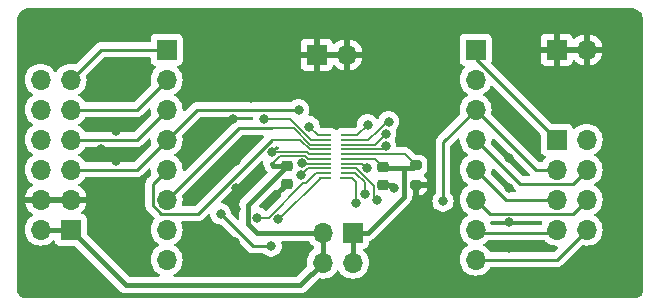
<source format=gbr>
%TF.GenerationSoftware,KiCad,Pcbnew,7.0.6*%
%TF.CreationDate,2024-05-30T22:34:02-07:00*%
%TF.ProjectId,pmod_lvl_shft,706d6f64-5f6c-4766-9c5f-736866742e6b,rev?*%
%TF.SameCoordinates,Original*%
%TF.FileFunction,Copper,L1,Top*%
%TF.FilePolarity,Positive*%
%FSLAX46Y46*%
G04 Gerber Fmt 4.6, Leading zero omitted, Abs format (unit mm)*
G04 Created by KiCad (PCBNEW 7.0.6) date 2024-05-30 22:34:02*
%MOMM*%
%LPD*%
G01*
G04 APERTURE LIST*
G04 Aperture macros list*
%AMRoundRect*
0 Rectangle with rounded corners*
0 $1 Rounding radius*
0 $2 $3 $4 $5 $6 $7 $8 $9 X,Y pos of 4 corners*
0 Add a 4 corners polygon primitive as box body*
4,1,4,$2,$3,$4,$5,$6,$7,$8,$9,$2,$3,0*
0 Add four circle primitives for the rounded corners*
1,1,$1+$1,$2,$3*
1,1,$1+$1,$4,$5*
1,1,$1+$1,$6,$7*
1,1,$1+$1,$8,$9*
0 Add four rect primitives between the rounded corners*
20,1,$1+$1,$2,$3,$4,$5,0*
20,1,$1+$1,$4,$5,$6,$7,0*
20,1,$1+$1,$6,$7,$8,$9,0*
20,1,$1+$1,$8,$9,$2,$3,0*%
G04 Aperture macros list end*
%TA.AperFunction,SMDPad,CuDef*%
%ADD10RoundRect,0.200000X-0.275000X0.200000X-0.275000X-0.200000X0.275000X-0.200000X0.275000X0.200000X0*%
%TD*%
%TA.AperFunction,ComponentPad*%
%ADD11R,1.700000X1.700000*%
%TD*%
%TA.AperFunction,ComponentPad*%
%ADD12O,1.700000X1.700000*%
%TD*%
%TA.AperFunction,SMDPad,CuDef*%
%ADD13RoundRect,0.225000X-0.250000X0.225000X-0.250000X-0.225000X0.250000X-0.225000X0.250000X0.225000X0*%
%TD*%
%TA.AperFunction,SMDPad,CuDef*%
%ADD14R,1.100000X0.200000*%
%TD*%
%TA.AperFunction,SMDPad,CuDef*%
%ADD15R,1.000000X0.200000*%
%TD*%
%TA.AperFunction,ViaPad*%
%ADD16C,0.800000*%
%TD*%
%TA.AperFunction,Conductor*%
%ADD17C,0.127000*%
%TD*%
%TA.AperFunction,Conductor*%
%ADD18C,0.254000*%
%TD*%
%TA.AperFunction,Conductor*%
%ADD19C,0.406400*%
%TD*%
%TA.AperFunction,Conductor*%
%ADD20C,0.203200*%
%TD*%
G04 APERTURE END LIST*
D10*
%TO.P,R1,1*%
%TO.N,/VCCA*%
X158242000Y-63120000D03*
%TO.P,R1,2*%
%TO.N,GND*%
X158242000Y-64770000D03*
%TD*%
D11*
%TO.P,J7,1,Pin_1*%
%TO.N,/B1*%
X137160000Y-53340000D03*
D12*
%TO.P,J7,2,Pin_2*%
%TO.N,/B2*%
X137160000Y-55880000D03*
%TO.P,J7,3,Pin_3*%
%TO.N,/B3*%
X137160000Y-58420000D03*
%TO.P,J7,4,Pin_4*%
%TO.N,/B4*%
X137160000Y-60960000D03*
%TO.P,J7,5,Pin_5*%
%TO.N,/B5*%
X137160000Y-63500000D03*
%TO.P,J7,6,Pin_6*%
%TO.N,/B6*%
X137160000Y-66040000D03*
%TO.P,J7,7,Pin_7*%
%TO.N,/B7*%
X137160000Y-68580000D03*
%TO.P,J7,8,Pin_8*%
%TO.N,/B8*%
X137160000Y-71120000D03*
%TD*%
D11*
%TO.P,J6,1,Pin_1*%
%TO.N,/A1*%
X163322000Y-53340000D03*
D12*
%TO.P,J6,2,Pin_2*%
%TO.N,/A2*%
X163322000Y-55880000D03*
%TO.P,J6,3,Pin_3*%
%TO.N,/A3*%
X163322000Y-58420000D03*
%TO.P,J6,4,Pin_4*%
%TO.N,/A4*%
X163322000Y-60960000D03*
%TO.P,J6,5,Pin_5*%
%TO.N,/A5*%
X163322000Y-63500000D03*
%TO.P,J6,6,Pin_6*%
%TO.N,/A6*%
X163322000Y-66040000D03*
%TO.P,J6,7,Pin_7*%
%TO.N,/A7*%
X163322000Y-68580000D03*
%TO.P,J6,8,Pin_8*%
%TO.N,/A8*%
X163322000Y-71120000D03*
%TD*%
D11*
%TO.P,J5,1,Pin_1*%
%TO.N,GND*%
X149860000Y-53760000D03*
D12*
%TO.P,J5,2,Pin_2*%
X152400000Y-53760000D03*
%TD*%
D11*
%TO.P,J4,1,Pin_1*%
%TO.N,GND*%
X170180000Y-53340000D03*
D12*
%TO.P,J4,2,Pin_2*%
X172720000Y-53340000D03*
%TD*%
D11*
%TO.P,J3,1,Pin_1*%
%TO.N,/VCCA*%
X152913000Y-68829000D03*
D12*
%TO.P,J3,2,Pin_2*%
X152913000Y-71369000D03*
%TO.P,J3,3,Pin_3*%
%TO.N,/VCCB*%
X150373000Y-68829000D03*
%TO.P,J3,4,Pin_4*%
X150373000Y-71369000D03*
%TD*%
%TO.P,J2,12,Pin_12*%
%TO.N,/B5*%
X126492000Y-55880000D03*
%TO.P,J2,11,Pin_11*%
%TO.N,/B1*%
X129032000Y-55880000D03*
%TO.P,J2,10,Pin_10*%
%TO.N,/B6*%
X126492000Y-58420000D03*
%TO.P,J2,9,Pin_9*%
%TO.N,/B2*%
X129032000Y-58420000D03*
%TO.P,J2,8,Pin_8*%
%TO.N,/B7*%
X126492000Y-60960000D03*
%TO.P,J2,7,Pin_7*%
%TO.N,/B3*%
X129032000Y-60960000D03*
%TO.P,J2,6,Pin_6*%
%TO.N,/B8*%
X126492000Y-63500000D03*
%TO.P,J2,5,Pin_5*%
%TO.N,/B4*%
X129032000Y-63500000D03*
%TO.P,J2,4,Pin_4*%
%TO.N,GND*%
X126492000Y-66040000D03*
%TO.P,J2,3,Pin_3*%
X129032000Y-66040000D03*
%TO.P,J2,2,Pin_2*%
%TO.N,/VCCB*%
X126492000Y-68580000D03*
D11*
%TO.P,J2,1,Pin_1*%
X129032000Y-68580000D03*
%TD*%
%TO.P,J1,1,Pin_1*%
%TO.N,/A1*%
X170180000Y-60960000D03*
D12*
%TO.P,J1,2,Pin_2*%
%TO.N,/A2*%
X172720000Y-60960000D03*
%TO.P,J1,3,Pin_3*%
%TO.N,/A3*%
X170180000Y-63500000D03*
%TO.P,J1,4,Pin_4*%
%TO.N,/A4*%
X172720000Y-63500000D03*
%TO.P,J1,5,Pin_5*%
%TO.N,/A5*%
X170180000Y-66040000D03*
%TO.P,J1,6,Pin_6*%
%TO.N,/A6*%
X172720000Y-66040000D03*
%TO.P,J1,7,Pin_7*%
%TO.N,/A7*%
X170180000Y-68580000D03*
%TO.P,J1,8,Pin_8*%
%TO.N,/A8*%
X172720000Y-68580000D03*
%TD*%
D13*
%TO.P,C2,1*%
%TO.N,/VCCB*%
X147320000Y-63145000D03*
%TO.P,C2,2*%
%TO.N,GND*%
X147320000Y-64695000D03*
%TD*%
%TO.P,C1,2*%
%TO.N,GND*%
X155448000Y-64783000D03*
%TO.P,C1,1*%
%TO.N,/VCCA*%
X155448000Y-63233000D03*
%TD*%
D14*
%TO.P,U1,1,A1*%
%TO.N,/A1*%
X152350000Y-64180000D03*
D15*
%TO.P,U1,2,A2*%
%TO.N,/A2*%
X152400000Y-63780000D03*
%TO.P,U1,3,A3*%
%TO.N,/A3*%
X152400000Y-63380000D03*
%TO.P,U1,4,A4*%
%TO.N,/A4*%
X152400000Y-62980000D03*
%TO.P,U1,5,VCCA*%
%TO.N,/VCCA*%
X152400000Y-62580000D03*
%TO.P,U1,6,OE*%
X152400000Y-62180000D03*
%TO.P,U1,7,A5*%
%TO.N,/A5*%
X152400000Y-61780000D03*
%TO.P,U1,8,A6*%
%TO.N,/A6*%
X152400000Y-61380000D03*
%TO.P,U1,9,A7*%
%TO.N,/A7*%
X152400000Y-60980000D03*
%TO.P,U1,10,A8*%
%TO.N,/A8*%
X152400000Y-60580000D03*
%TO.P,U1,11,B8*%
%TO.N,/B8*%
X150600000Y-60580000D03*
%TO.P,U1,12,B7*%
%TO.N,/B7*%
X150600000Y-60980000D03*
%TO.P,U1,13,B6*%
%TO.N,/B6*%
X150600000Y-61380000D03*
%TO.P,U1,14,B5*%
%TO.N,/B5*%
X150600000Y-61780000D03*
%TO.P,U1,15,GND*%
%TO.N,GND*%
X150600000Y-62180000D03*
%TO.P,U1,16,VCCB*%
%TO.N,/VCCB*%
X150600000Y-62580000D03*
%TO.P,U1,17,B4*%
%TO.N,/B4*%
X150600000Y-62980000D03*
%TO.P,U1,18,B3*%
%TO.N,/B3*%
X150600000Y-63380000D03*
%TO.P,U1,19,B2*%
%TO.N,/B2*%
X150600000Y-63780000D03*
%TO.P,U1,20,B1*%
%TO.N,/B1*%
X150600000Y-64180000D03*
%TD*%
D16*
%TO.N,GND*%
X166133500Y-59690000D03*
X166116000Y-70104000D03*
X166133500Y-67943500D03*
X161798000Y-67564000D03*
X166133500Y-65024000D03*
X166133500Y-62484000D03*
X132080000Y-67564000D03*
X132080000Y-64770000D03*
X132842000Y-57150000D03*
X131572000Y-61722000D03*
X134620000Y-64516000D03*
X134620000Y-61976000D03*
X132842000Y-60198000D03*
X156423300Y-65024000D03*
X159512000Y-62484000D03*
X159512000Y-64770000D03*
X144272000Y-57404000D03*
X142748000Y-59182000D03*
X144272000Y-60960000D03*
%TO.N,/B3*%
X145999200Y-69951600D03*
X141732000Y-67233800D03*
%TO.N,GND*%
X142976600Y-72136000D03*
X158191200Y-56159400D03*
X158191200Y-58826400D03*
X159156400Y-67589400D03*
X142996286Y-62743714D03*
X132836286Y-62743714D03*
%TO.N,/A3*%
X160553400Y-66167000D03*
%TO.N,/A4*%
X154123636Y-63376564D03*
%TO.N,/A3*%
X154940000Y-66090800D03*
%TO.N,/A8*%
X154178000Y-59690000D03*
%TO.N,/A7*%
X155956000Y-59436000D03*
%TO.N,/A6*%
X155702000Y-60452000D03*
%TO.N,/A5*%
X155702000Y-61480500D03*
%TO.N,/A2*%
X153924000Y-65532000D03*
%TO.N,/A1*%
X153162000Y-66294000D03*
%TO.N,GND*%
X142976600Y-69596000D03*
X143007714Y-65029714D03*
X143002000Y-66802000D03*
X146442781Y-65647219D03*
%TO.N,/B4*%
X148336000Y-58420000D03*
%TO.N,/B8*%
X149199082Y-59842918D03*
%TO.N,/B7*%
X145404299Y-59181061D03*
%TO.N,GND*%
X146050000Y-61992497D03*
%TO.N,/B4*%
X148591551Y-62961134D03*
%TO.N,/B3*%
X148541376Y-63959376D03*
%TO.N,/B2*%
X144820700Y-67564000D03*
%TO.N,/B1*%
X146595245Y-67702379D03*
%TD*%
D17*
%TO.N,/B8*%
X150600000Y-60580000D02*
X149936164Y-60580000D01*
X149936164Y-60580000D02*
X149199082Y-59842918D01*
D18*
%TO.N,/B4*%
X139700000Y-58420000D02*
X148336000Y-58420000D01*
X137160000Y-60960000D02*
X139700000Y-58420000D01*
D17*
%TO.N,/B2*%
X148737124Y-64622876D02*
X145796000Y-67564000D01*
X145796000Y-67564000D02*
X144820700Y-67564000D01*
X148991124Y-64622876D02*
X148737124Y-64622876D01*
X149834000Y-63780000D02*
X148991124Y-64622876D01*
X150600000Y-63780000D02*
X149834000Y-63780000D01*
D18*
%TO.N,/A7*%
X163576000Y-68834000D02*
X163322000Y-68580000D01*
X169926000Y-68834000D02*
X163576000Y-68834000D01*
X170180000Y-68580000D02*
X169926000Y-68834000D01*
D19*
%TO.N,GND*%
X156182300Y-64783000D02*
X156423300Y-65024000D01*
X155448000Y-64783000D02*
X156182300Y-64783000D01*
%TO.N,/VCCA*%
X157226000Y-63373000D02*
X156743400Y-63373000D01*
X152913000Y-68829000D02*
X154169400Y-68829000D01*
X154169400Y-68829000D02*
X157226000Y-65772400D01*
X157226000Y-65772400D02*
X157226000Y-63373000D01*
%TO.N,GND*%
X146442781Y-65572219D02*
X147320000Y-64695000D01*
X146442781Y-65647219D02*
X146442781Y-65572219D01*
D17*
%TO.N,/B1*%
X146673621Y-67702379D02*
X150196000Y-64180000D01*
X146595245Y-67702379D02*
X146673621Y-67702379D01*
X150196000Y-64180000D02*
X150600000Y-64180000D01*
D19*
%TO.N,/VCCB*%
X144018000Y-68072000D02*
X144018000Y-66447000D01*
X144775000Y-68829000D02*
X144018000Y-68072000D01*
X144018000Y-66447000D02*
X147320000Y-63145000D01*
X150373000Y-68829000D02*
X144775000Y-68829000D01*
D18*
%TO.N,/B3*%
X144449800Y-69951600D02*
X145999200Y-69951600D01*
X141732000Y-67233800D02*
X144449800Y-69951600D01*
D17*
%TO.N,/B7*%
X149398540Y-60980000D02*
X150600000Y-60980000D01*
X147599601Y-59181061D02*
X149398540Y-60980000D01*
X145404299Y-59181061D02*
X147599601Y-59181061D01*
D19*
%TO.N,/VCCB*%
X148488400Y-73253600D02*
X150373000Y-71369000D01*
X133705600Y-73253600D02*
X148488400Y-73253600D01*
X129032000Y-68580000D02*
X133705600Y-73253600D01*
D18*
%TO.N,/A8*%
X170180000Y-71120000D02*
X163322000Y-71120000D01*
X172720000Y-68580000D02*
X170180000Y-71120000D01*
%TO.N,/A6*%
X164499000Y-67217000D02*
X163322000Y-66040000D01*
X171543000Y-67217000D02*
X164499000Y-67217000D01*
X172720000Y-66040000D02*
X171543000Y-67217000D01*
%TO.N,/A4*%
X171543000Y-64677000D02*
X167039000Y-64677000D01*
X172720000Y-63500000D02*
X171543000Y-64677000D01*
X167039000Y-64677000D02*
X163322000Y-60960000D01*
%TO.N,/A5*%
X165862000Y-66040000D02*
X163322000Y-63500000D01*
X170180000Y-66040000D02*
X165862000Y-66040000D01*
%TO.N,/A3*%
X168402000Y-63500000D02*
X163322000Y-58420000D01*
X170180000Y-63500000D02*
X168402000Y-63500000D01*
%TO.N,/A1*%
X170180000Y-60960000D02*
X163322000Y-54102000D01*
X163322000Y-54102000D02*
X163322000Y-53340000D01*
D19*
%TO.N,/VCCA*%
X157989000Y-63373000D02*
X158242000Y-63120000D01*
X156743400Y-63373000D02*
X157989000Y-63373000D01*
X156743400Y-63373000D02*
X155588000Y-63373000D01*
X155588000Y-63373000D02*
X155448000Y-63233000D01*
D18*
%TO.N,/A3*%
X160553400Y-61188600D02*
X160553400Y-66167000D01*
X163322000Y-58420000D02*
X160553400Y-61188600D01*
D17*
%TO.N,/A4*%
X153727072Y-62980000D02*
X154123636Y-63376564D01*
X152400000Y-62980000D02*
X153727072Y-62980000D01*
%TO.N,/A3*%
X154709500Y-65860300D02*
X154940000Y-66090800D01*
X154709500Y-64900052D02*
X154709500Y-65860300D01*
X153189448Y-63380000D02*
X154709500Y-64900052D01*
X152400000Y-63380000D02*
X153189448Y-63380000D01*
%TO.N,/A2*%
X153924000Y-64577000D02*
X153127000Y-63780000D01*
X153924000Y-65532000D02*
X153924000Y-64577000D01*
X153127000Y-63780000D02*
X152400000Y-63780000D01*
%TO.N,/A1*%
X153162000Y-64516000D02*
X152826000Y-64180000D01*
X153162000Y-66294000D02*
X153162000Y-64516000D01*
X152826000Y-64180000D02*
X152350000Y-64180000D01*
%TO.N,/A8*%
X153288000Y-60580000D02*
X154178000Y-59690000D01*
X152400000Y-60580000D02*
X153288000Y-60580000D01*
%TO.N,/A7*%
X155779669Y-59436000D02*
X155956000Y-59436000D01*
X155105835Y-60109834D02*
X155779669Y-59436000D01*
X154235669Y-60980000D02*
X155105835Y-60109834D01*
X152400000Y-60980000D02*
X154235669Y-60980000D01*
%TO.N,/A6*%
X154774000Y-61380000D02*
X155702000Y-60452000D01*
X152400000Y-61380000D02*
X154774000Y-61380000D01*
%TO.N,/A5*%
X155402500Y-61780000D02*
X155702000Y-61480500D01*
X152400000Y-61780000D02*
X155402500Y-61780000D01*
D20*
%TO.N,/VCCA*%
X157303600Y-62181600D02*
X152400000Y-62181600D01*
X158242000Y-63120000D02*
X157303600Y-62181600D01*
D17*
X154795000Y-62580000D02*
X155448000Y-63233000D01*
X152400000Y-62580000D02*
X154795000Y-62580000D01*
D19*
X152913000Y-71369000D02*
X152913000Y-68829000D01*
%TO.N,/VCCB*%
X146203000Y-63145000D02*
X146050000Y-62992000D01*
X147320000Y-63145000D02*
X146203000Y-63145000D01*
X150373000Y-68829000D02*
X150373000Y-71369000D01*
X126492000Y-68580000D02*
X129032000Y-68580000D01*
D18*
%TO.N,/B5*%
X139793000Y-67217000D02*
X146050000Y-60960000D01*
X136672470Y-67217000D02*
X139793000Y-67217000D01*
X135983000Y-64677000D02*
X135983000Y-66527530D01*
X135983000Y-66527530D02*
X136672470Y-67217000D01*
X137160000Y-63500000D02*
X135983000Y-64677000D01*
%TO.N,/B6*%
X143256000Y-59944000D02*
X146050000Y-59944000D01*
X137160000Y-66040000D02*
X143256000Y-59944000D01*
D17*
X147900092Y-59944000D02*
X146050000Y-59944000D01*
X149336092Y-61380000D02*
X147900092Y-59944000D01*
X150600000Y-61380000D02*
X149336092Y-61380000D01*
%TO.N,/B5*%
X148453644Y-60960000D02*
X146050000Y-60960000D01*
X149273644Y-61780000D02*
X148453644Y-60960000D01*
X150600000Y-61780000D02*
X149273644Y-61780000D01*
%TO.N,GND*%
X146071863Y-61970634D02*
X146050000Y-61992497D01*
X149001830Y-61970634D02*
X146071863Y-61970634D01*
X149211196Y-62180000D02*
X149001830Y-61970634D01*
X150600000Y-62180000D02*
X149211196Y-62180000D01*
%TO.N,/VCCB*%
X146744366Y-62297634D02*
X146050000Y-62992000D01*
X148866382Y-62297634D02*
X146744366Y-62297634D01*
X149148748Y-62580000D02*
X148866382Y-62297634D01*
X150600000Y-62580000D02*
X149148748Y-62580000D01*
%TO.N,/B4*%
X148610417Y-62980000D02*
X148591551Y-62961134D01*
X150600000Y-62980000D02*
X148610417Y-62980000D01*
%TO.N,/B3*%
X149120752Y-63380000D02*
X148541376Y-63959376D01*
X150600000Y-63380000D02*
X149120752Y-63380000D01*
D18*
%TO.N,/B4*%
X134620000Y-63500000D02*
X129032000Y-63500000D01*
X137160000Y-60960000D02*
X134620000Y-63500000D01*
%TO.N,/B3*%
X134620000Y-60960000D02*
X129032000Y-60960000D01*
X137160000Y-58420000D02*
X134620000Y-60960000D01*
%TO.N,/B2*%
X134620000Y-58420000D02*
X129032000Y-58420000D01*
X137160000Y-55880000D02*
X134620000Y-58420000D01*
%TO.N,/B1*%
X131572000Y-53340000D02*
X129032000Y-55880000D01*
X137160000Y-53340000D02*
X131572000Y-53340000D01*
%TD*%
%TA.AperFunction,Conductor*%
%TO.N,GND*%
G36*
X135723675Y-63386256D02*
G01*
X135779608Y-63428128D01*
X135804025Y-63493592D01*
X135804193Y-63498319D01*
X135824936Y-63735403D01*
X135824938Y-63735413D01*
X135851258Y-63833641D01*
X135849595Y-63903491D01*
X135819164Y-63953415D01*
X135597953Y-64174626D01*
X135585669Y-64184469D01*
X135585849Y-64184687D01*
X135579838Y-64189659D01*
X135532322Y-64240258D01*
X135511375Y-64261205D01*
X135507106Y-64266709D01*
X135503315Y-64271147D01*
X135471308Y-64305230D01*
X135471305Y-64305234D01*
X135461606Y-64322877D01*
X135450928Y-64339133D01*
X135438594Y-64355034D01*
X135438589Y-64355042D01*
X135420025Y-64397943D01*
X135417454Y-64403191D01*
X135394927Y-64444167D01*
X135389920Y-64463668D01*
X135383621Y-64482064D01*
X135379499Y-64491592D01*
X135375625Y-64500544D01*
X135375624Y-64500546D01*
X135368312Y-64546716D01*
X135367127Y-64552438D01*
X135355500Y-64597723D01*
X135355500Y-64617858D01*
X135353973Y-64637255D01*
X135350825Y-64657133D01*
X135351921Y-64668730D01*
X135355225Y-64703677D01*
X135355500Y-64709515D01*
X135355500Y-66444562D01*
X135353772Y-66460211D01*
X135354054Y-66460238D01*
X135353319Y-66468005D01*
X135355500Y-66537389D01*
X135355500Y-66567007D01*
X135356371Y-66573910D01*
X135356829Y-66579729D01*
X135358298Y-66626472D01*
X135363916Y-66645805D01*
X135367862Y-66664859D01*
X135370383Y-66684817D01*
X135370386Y-66684829D01*
X135387595Y-66728295D01*
X135389487Y-66733823D01*
X135402530Y-66778717D01*
X135402530Y-66778718D01*
X135412777Y-66796045D01*
X135421335Y-66813515D01*
X135428745Y-66832231D01*
X135456229Y-66870059D01*
X135459437Y-66874943D01*
X135483234Y-66915182D01*
X135483240Y-66915190D01*
X135497469Y-66929418D01*
X135510109Y-66944217D01*
X135521934Y-66960494D01*
X135521936Y-66960495D01*
X135521937Y-66960497D01*
X135537069Y-66973015D01*
X135557957Y-66990295D01*
X135562268Y-66994217D01*
X135838251Y-67270200D01*
X136111945Y-67543894D01*
X136145430Y-67605217D01*
X136140446Y-67674909D01*
X136123756Y-67703566D01*
X136124610Y-67704164D01*
X135985965Y-67902169D01*
X135985964Y-67902171D01*
X135886098Y-68116335D01*
X135886094Y-68116344D01*
X135824938Y-68344586D01*
X135824936Y-68344596D01*
X135804341Y-68579999D01*
X135804341Y-68580000D01*
X135824936Y-68815403D01*
X135824938Y-68815413D01*
X135886094Y-69043655D01*
X135886096Y-69043659D01*
X135886097Y-69043663D01*
X135985965Y-69257829D01*
X135985965Y-69257830D01*
X135985967Y-69257834D01*
X136057222Y-69359596D01*
X136113401Y-69439828D01*
X136121501Y-69451395D01*
X136121506Y-69451402D01*
X136288597Y-69618493D01*
X136288603Y-69618498D01*
X136474158Y-69748425D01*
X136517783Y-69803002D01*
X136524977Y-69872500D01*
X136493454Y-69934855D01*
X136474158Y-69951575D01*
X136288597Y-70081505D01*
X136121505Y-70248597D01*
X135985965Y-70442169D01*
X135985964Y-70442171D01*
X135886098Y-70656335D01*
X135886094Y-70656344D01*
X135824938Y-70884586D01*
X135824936Y-70884596D01*
X135804341Y-71119999D01*
X135804341Y-71120000D01*
X135824936Y-71355403D01*
X135824938Y-71355413D01*
X135886094Y-71583655D01*
X135886096Y-71583659D01*
X135886097Y-71583663D01*
X135961875Y-71746169D01*
X135985965Y-71797830D01*
X135985967Y-71797834D01*
X136016215Y-71841032D01*
X136121505Y-71991401D01*
X136288599Y-72158495D01*
X136385384Y-72226265D01*
X136482165Y-72294032D01*
X136482167Y-72294033D01*
X136482170Y-72294035D01*
X136523952Y-72313518D01*
X136576391Y-72359690D01*
X136595543Y-72426884D01*
X136575327Y-72493765D01*
X136522162Y-72539099D01*
X136471547Y-72549900D01*
X134048444Y-72549900D01*
X133981405Y-72530215D01*
X133960763Y-72513581D01*
X130418818Y-68971636D01*
X130385333Y-68910313D01*
X130382499Y-68883955D01*
X130382499Y-67682129D01*
X130382498Y-67682123D01*
X130382061Y-67678060D01*
X130376091Y-67622517D01*
X130374810Y-67619083D01*
X130325797Y-67487671D01*
X130325793Y-67487664D01*
X130239547Y-67372455D01*
X130239544Y-67372452D01*
X130124335Y-67286206D01*
X130124328Y-67286202D01*
X129992401Y-67236997D01*
X129936467Y-67195126D01*
X129912050Y-67129662D01*
X129926902Y-67061389D01*
X129948053Y-67033133D01*
X130070108Y-66911078D01*
X130205600Y-66717578D01*
X130305429Y-66503492D01*
X130305432Y-66503486D01*
X130362636Y-66290000D01*
X129465686Y-66290000D01*
X129491493Y-66249844D01*
X129532000Y-66111889D01*
X129532000Y-65968111D01*
X129491493Y-65830156D01*
X129465686Y-65790000D01*
X130362636Y-65790000D01*
X130362635Y-65789999D01*
X130305432Y-65576513D01*
X130305429Y-65576507D01*
X130205600Y-65362422D01*
X130205599Y-65362420D01*
X130070113Y-65168926D01*
X130070108Y-65168920D01*
X129903078Y-65001890D01*
X129717405Y-64871879D01*
X129673780Y-64817302D01*
X129666588Y-64747804D01*
X129698110Y-64685449D01*
X129717406Y-64668730D01*
X129717842Y-64668425D01*
X129903401Y-64538495D01*
X130070495Y-64371401D01*
X130204252Y-64180375D01*
X130258829Y-64136752D01*
X130305827Y-64127500D01*
X134537033Y-64127500D01*
X134552681Y-64129227D01*
X134552708Y-64128946D01*
X134560475Y-64129680D01*
X134560476Y-64129679D01*
X134560477Y-64129680D01*
X134629860Y-64127500D01*
X134659476Y-64127500D01*
X134666378Y-64126627D01*
X134672190Y-64126169D01*
X134718943Y-64124701D01*
X134738272Y-64119084D01*
X134757328Y-64115137D01*
X134777293Y-64112616D01*
X134820770Y-64095401D01*
X134826276Y-64093516D01*
X134871191Y-64080468D01*
X134888515Y-64070221D01*
X134905983Y-64061663D01*
X134924703Y-64054253D01*
X134962542Y-64026759D01*
X134967391Y-64023574D01*
X135007656Y-63999763D01*
X135021897Y-63985520D01*
X135036678Y-63972897D01*
X135052967Y-63961063D01*
X135052969Y-63961059D01*
X135052971Y-63961059D01*
X135064845Y-63946703D01*
X135082776Y-63925028D01*
X135086689Y-63920728D01*
X135592662Y-63414755D01*
X135653983Y-63381272D01*
X135723675Y-63386256D01*
G37*
%TD.AperFunction*%
%TA.AperFunction,Conductor*%
G36*
X140758232Y-67241699D02*
G01*
X140814165Y-67283571D01*
X140838218Y-67344918D01*
X140846326Y-67422056D01*
X140846327Y-67422059D01*
X140904818Y-67602077D01*
X140904821Y-67602084D01*
X140999467Y-67766016D01*
X141122060Y-67902169D01*
X141126129Y-67906688D01*
X141279265Y-68017948D01*
X141279270Y-68017951D01*
X141452192Y-68094942D01*
X141452197Y-68094944D01*
X141637354Y-68134300D01*
X141693719Y-68134300D01*
X141760758Y-68153985D01*
X141781400Y-68170619D01*
X143947424Y-70336643D01*
X143957271Y-70348933D01*
X143957489Y-70348754D01*
X143962457Y-70354760D01*
X144013057Y-70402277D01*
X144034005Y-70423224D01*
X144039506Y-70427491D01*
X144043945Y-70431282D01*
X144078033Y-70463293D01*
X144095684Y-70472996D01*
X144111934Y-70483671D01*
X144127838Y-70496008D01*
X144127841Y-70496010D01*
X144170742Y-70514574D01*
X144175990Y-70517144D01*
X144216966Y-70539672D01*
X144236040Y-70544569D01*
X144236460Y-70544677D01*
X144254864Y-70550977D01*
X144273342Y-70558974D01*
X144316838Y-70565862D01*
X144319524Y-70566288D01*
X144325229Y-70567469D01*
X144370528Y-70579100D01*
X144390658Y-70579100D01*
X144410057Y-70580627D01*
X144429933Y-70583775D01*
X144472579Y-70579743D01*
X144476479Y-70579375D01*
X144482317Y-70579100D01*
X145297253Y-70579100D01*
X145364292Y-70598785D01*
X145389399Y-70620123D01*
X145393329Y-70624488D01*
X145393332Y-70624491D01*
X145393335Y-70624493D01*
X145546465Y-70735748D01*
X145546470Y-70735751D01*
X145719392Y-70812742D01*
X145719397Y-70812744D01*
X145904554Y-70852100D01*
X145904555Y-70852100D01*
X146093844Y-70852100D01*
X146093846Y-70852100D01*
X146279003Y-70812744D01*
X146451930Y-70735751D01*
X146605071Y-70624488D01*
X146731733Y-70483816D01*
X146826379Y-70319884D01*
X146884874Y-70139856D01*
X146904660Y-69951600D01*
X146884874Y-69763344D01*
X146873024Y-69726873D01*
X146862674Y-69695017D01*
X146860679Y-69625176D01*
X146896760Y-69565344D01*
X146959461Y-69534516D01*
X146980605Y-69532700D01*
X149152529Y-69532700D01*
X149219568Y-69552385D01*
X149254103Y-69585576D01*
X149286267Y-69631511D01*
X149334505Y-69700401D01*
X149501599Y-69867495D01*
X149616423Y-69947895D01*
X149660048Y-70002471D01*
X149669300Y-70049470D01*
X149669300Y-70148528D01*
X149649615Y-70215567D01*
X149616425Y-70250102D01*
X149501595Y-70330508D01*
X149334505Y-70497597D01*
X149198965Y-70691169D01*
X149198964Y-70691171D01*
X149099098Y-70905335D01*
X149099094Y-70905344D01*
X149037938Y-71133586D01*
X149037936Y-71133596D01*
X149017341Y-71368999D01*
X149017341Y-71369000D01*
X149037937Y-71604408D01*
X149041486Y-71617655D01*
X149039820Y-71687505D01*
X149009391Y-71737425D01*
X148233237Y-72513581D01*
X148171914Y-72547066D01*
X148145556Y-72549900D01*
X137848453Y-72549900D01*
X137781414Y-72530215D01*
X137735659Y-72477411D01*
X137725715Y-72408253D01*
X137754740Y-72344697D01*
X137796046Y-72313518D01*
X137837830Y-72294035D01*
X138031401Y-72158495D01*
X138198495Y-71991401D01*
X138334035Y-71797830D01*
X138433903Y-71583663D01*
X138495063Y-71355408D01*
X138515659Y-71120000D01*
X138495063Y-70884592D01*
X138433903Y-70656337D01*
X138334035Y-70442171D01*
X138323753Y-70427486D01*
X138198494Y-70248597D01*
X138031402Y-70081506D01*
X138031396Y-70081501D01*
X137845842Y-69951575D01*
X137802217Y-69896998D01*
X137795023Y-69827500D01*
X137826546Y-69765145D01*
X137845842Y-69748425D01*
X137922116Y-69695017D01*
X138031401Y-69618495D01*
X138198495Y-69451401D01*
X138334035Y-69257830D01*
X138433903Y-69043663D01*
X138495063Y-68815408D01*
X138515659Y-68580000D01*
X138495063Y-68344592D01*
X138433903Y-68116337D01*
X138389402Y-68020905D01*
X138378910Y-67951827D01*
X138407430Y-67888043D01*
X138465906Y-67849804D01*
X138501784Y-67844500D01*
X139710033Y-67844500D01*
X139725681Y-67846227D01*
X139725708Y-67845946D01*
X139733475Y-67846680D01*
X139733476Y-67846679D01*
X139733477Y-67846680D01*
X139802860Y-67844500D01*
X139832476Y-67844500D01*
X139839378Y-67843627D01*
X139845190Y-67843169D01*
X139891943Y-67841701D01*
X139911272Y-67836084D01*
X139930328Y-67832137D01*
X139950293Y-67829616D01*
X139993770Y-67812401D01*
X139999276Y-67810516D01*
X140044191Y-67797468D01*
X140061515Y-67787221D01*
X140078983Y-67778663D01*
X140097703Y-67771253D01*
X140135542Y-67743759D01*
X140140391Y-67740574D01*
X140180656Y-67716763D01*
X140194897Y-67702520D01*
X140209678Y-67689897D01*
X140225967Y-67678063D01*
X140225969Y-67678059D01*
X140225971Y-67678059D01*
X140245073Y-67654967D01*
X140255776Y-67642028D01*
X140259689Y-67637728D01*
X140627219Y-67270198D01*
X140688540Y-67236715D01*
X140758232Y-67241699D01*
G37*
%TD.AperFunction*%
%TA.AperFunction,Conductor*%
G36*
X145274077Y-62725854D02*
G01*
X145330010Y-62767726D01*
X145354427Y-62833190D01*
X145353134Y-62856732D01*
X145353196Y-62856736D01*
X145352743Y-62864222D01*
X145352743Y-62864223D01*
X145352414Y-62869666D01*
X145342425Y-63034798D01*
X145342426Y-63034800D01*
X145373230Y-63202890D01*
X145443362Y-63358722D01*
X145443366Y-63358728D01*
X145464933Y-63386256D01*
X145522312Y-63459494D01*
X145678637Y-63615819D01*
X145712121Y-63677141D01*
X145707137Y-63746832D01*
X145678636Y-63791180D01*
X143536766Y-65933050D01*
X143534040Y-65935617D01*
X143487407Y-65976931D01*
X143487404Y-65976935D01*
X143452018Y-66028198D01*
X143449800Y-66031214D01*
X143411365Y-66080272D01*
X143411361Y-66080279D01*
X143407162Y-66089610D01*
X143396140Y-66109153D01*
X143390333Y-66117566D01*
X143390325Y-66117581D01*
X143368235Y-66175827D01*
X143366803Y-66179284D01*
X143341230Y-66236109D01*
X143341228Y-66236114D01*
X143339385Y-66246173D01*
X143333362Y-66267777D01*
X143329730Y-66277355D01*
X143322215Y-66339235D01*
X143321652Y-66342936D01*
X143310426Y-66404195D01*
X143310426Y-66404200D01*
X143314187Y-66466383D01*
X143314300Y-66470127D01*
X143314300Y-67629318D01*
X143294615Y-67696357D01*
X143241811Y-67742112D01*
X143172653Y-67752056D01*
X143109097Y-67723031D01*
X143102619Y-67716999D01*
X142670628Y-67285009D01*
X142637143Y-67223686D01*
X142634990Y-67210306D01*
X142617674Y-67045544D01*
X142559179Y-66865516D01*
X142464533Y-66701584D01*
X142337871Y-66560912D01*
X142337870Y-66560911D01*
X142184734Y-66449651D01*
X142184729Y-66449648D01*
X142011807Y-66372657D01*
X142011802Y-66372655D01*
X141833526Y-66334762D01*
X141772044Y-66301570D01*
X141738268Y-66240407D01*
X141742920Y-66170692D01*
X141771624Y-66125793D01*
X145143065Y-62754352D01*
X145204385Y-62720870D01*
X145274077Y-62725854D01*
G37*
%TD.AperFunction*%
%TA.AperFunction,Conductor*%
G36*
X146361145Y-65201549D02*
G01*
X146417078Y-65243421D01*
X146423349Y-65252634D01*
X146497424Y-65372728D01*
X146497427Y-65372732D01*
X146617267Y-65492572D01*
X146617271Y-65492575D01*
X146763690Y-65582888D01*
X146810415Y-65634836D01*
X146821636Y-65703798D01*
X146793793Y-65767880D01*
X146786274Y-65776107D01*
X145634905Y-66927477D01*
X145573582Y-66960962D01*
X145503890Y-66955978D01*
X145455073Y-66922767D01*
X145426574Y-66891115D01*
X145426569Y-66891110D01*
X145273434Y-66779851D01*
X145273429Y-66779848D01*
X145100507Y-66702857D01*
X145100500Y-66702855D01*
X145040872Y-66690181D01*
X144979390Y-66656989D01*
X144945613Y-66595826D01*
X144950265Y-66526112D01*
X144978969Y-66481212D01*
X146230133Y-65230048D01*
X146291453Y-65196565D01*
X146361145Y-65201549D01*
G37*
%TD.AperFunction*%
%TA.AperFunction,Conductor*%
G36*
X145318758Y-60591185D02*
G01*
X145364513Y-60643989D01*
X145374457Y-60713147D01*
X145345432Y-60776703D01*
X145339400Y-60783181D01*
X139569400Y-66553181D01*
X139508077Y-66586666D01*
X139481719Y-66589500D01*
X138572503Y-66589500D01*
X138505464Y-66569815D01*
X138459709Y-66517011D01*
X138449765Y-66447853D01*
X138452728Y-66433407D01*
X138468742Y-66373641D01*
X138495063Y-66275408D01*
X138515659Y-66040000D01*
X138514626Y-66028198D01*
X138501352Y-65876472D01*
X138495063Y-65804592D01*
X138473071Y-65722516D01*
X138468741Y-65706356D01*
X138470404Y-65636506D01*
X138500833Y-65586584D01*
X143479599Y-60607819D01*
X143540923Y-60574334D01*
X143567281Y-60571500D01*
X145251719Y-60571500D01*
X145318758Y-60591185D01*
G37*
%TD.AperFunction*%
%TA.AperFunction,Conductor*%
G36*
X128572507Y-65830156D02*
G01*
X128532000Y-65968111D01*
X128532000Y-66111889D01*
X128572507Y-66249844D01*
X128598314Y-66290000D01*
X126925686Y-66290000D01*
X126951493Y-66249844D01*
X126992000Y-66111889D01*
X126992000Y-65968111D01*
X126951493Y-65830156D01*
X126925686Y-65790000D01*
X128598314Y-65790000D01*
X128572507Y-65830156D01*
G37*
%TD.AperFunction*%
%TA.AperFunction,Conductor*%
G36*
X144442200Y-59067185D02*
G01*
X144487955Y-59119989D01*
X144496865Y-59174563D01*
X144498839Y-59174563D01*
X144498839Y-59187560D01*
X144497213Y-59187560D01*
X144486107Y-59248273D01*
X144438373Y-59299295D01*
X144375358Y-59316500D01*
X143338967Y-59316500D01*
X143323318Y-59314772D01*
X143323292Y-59315054D01*
X143315524Y-59314319D01*
X143246140Y-59316500D01*
X143216522Y-59316500D01*
X143209618Y-59317371D01*
X143203800Y-59317829D01*
X143157057Y-59319298D01*
X143137713Y-59324918D01*
X143118669Y-59328862D01*
X143115709Y-59329235D01*
X143098707Y-59331384D01*
X143098703Y-59331385D01*
X143098700Y-59331386D01*
X143055235Y-59348594D01*
X143049710Y-59350485D01*
X143004809Y-59363531D01*
X143004806Y-59363533D01*
X142987480Y-59373779D01*
X142970010Y-59382337D01*
X142951298Y-59389745D01*
X142913463Y-59417233D01*
X142908580Y-59420440D01*
X142868346Y-59444234D01*
X142854106Y-59458474D01*
X142839320Y-59471102D01*
X142823033Y-59482936D01*
X142823032Y-59482936D01*
X142793227Y-59518963D01*
X142789295Y-59523285D01*
X138727340Y-63585239D01*
X138666017Y-63618724D01*
X138596325Y-63613740D01*
X138540392Y-63571868D01*
X138515975Y-63506404D01*
X138515806Y-63501683D01*
X138515512Y-63498319D01*
X138495063Y-63264592D01*
X138433903Y-63036337D01*
X138334035Y-62822171D01*
X138328425Y-62814158D01*
X138198494Y-62628597D01*
X138031402Y-62461506D01*
X138031401Y-62461505D01*
X137908800Y-62375659D01*
X137845841Y-62331574D01*
X137802216Y-62276997D01*
X137795024Y-62207498D01*
X137826546Y-62145144D01*
X137845836Y-62128428D01*
X138031401Y-61998495D01*
X138198495Y-61831401D01*
X138334035Y-61637830D01*
X138433903Y-61423663D01*
X138495063Y-61195408D01*
X138515659Y-60960000D01*
X138515098Y-60953593D01*
X138506004Y-60849645D01*
X138495063Y-60724592D01*
X138479928Y-60668107D01*
X138468741Y-60626356D01*
X138470404Y-60556506D01*
X138500833Y-60506584D01*
X139923599Y-59083819D01*
X139984923Y-59050334D01*
X140011281Y-59047500D01*
X144375161Y-59047500D01*
X144442200Y-59067185D01*
G37*
%TD.AperFunction*%
%TA.AperFunction,Conductor*%
G36*
X135723675Y-60846257D02*
G01*
X135779608Y-60888129D01*
X135804025Y-60953593D01*
X135804193Y-60958318D01*
X135824936Y-61195403D01*
X135824938Y-61195413D01*
X135851258Y-61293641D01*
X135849595Y-61363491D01*
X135819164Y-61413415D01*
X134396400Y-62836181D01*
X134335077Y-62869666D01*
X134308719Y-62872500D01*
X130305826Y-62872500D01*
X130238787Y-62852815D01*
X130204251Y-62819623D01*
X130070494Y-62628597D01*
X129903402Y-62461506D01*
X129903401Y-62461505D01*
X129780800Y-62375659D01*
X129717841Y-62331574D01*
X129674216Y-62276997D01*
X129667024Y-62207498D01*
X129698546Y-62145144D01*
X129717836Y-62128428D01*
X129903401Y-61998495D01*
X130070495Y-61831401D01*
X130204252Y-61640375D01*
X130258829Y-61596752D01*
X130305827Y-61587500D01*
X134537033Y-61587500D01*
X134552681Y-61589227D01*
X134552708Y-61588946D01*
X134560475Y-61589680D01*
X134560476Y-61589679D01*
X134560477Y-61589680D01*
X134629860Y-61587500D01*
X134659476Y-61587500D01*
X134666378Y-61586627D01*
X134672190Y-61586169D01*
X134718943Y-61584701D01*
X134738272Y-61579084D01*
X134757328Y-61575137D01*
X134777293Y-61572616D01*
X134820770Y-61555401D01*
X134826276Y-61553516D01*
X134871191Y-61540468D01*
X134888515Y-61530221D01*
X134905983Y-61521663D01*
X134924703Y-61514253D01*
X134962542Y-61486759D01*
X134967391Y-61483574D01*
X135007656Y-61459763D01*
X135021897Y-61445520D01*
X135036678Y-61432897D01*
X135052967Y-61421063D01*
X135052969Y-61421059D01*
X135052971Y-61421059D01*
X135064845Y-61406703D01*
X135082776Y-61385028D01*
X135086689Y-61380728D01*
X135592660Y-60874757D01*
X135653983Y-60841273D01*
X135723675Y-60846257D01*
G37*
%TD.AperFunction*%
%TA.AperFunction,Conductor*%
G36*
X146581930Y-61543685D02*
G01*
X146627685Y-61596489D01*
X146637629Y-61665647D01*
X146608604Y-61729203D01*
X146562343Y-61762561D01*
X146459934Y-61804979D01*
X146381408Y-61865234D01*
X146316238Y-61890428D01*
X146247794Y-61876389D01*
X146197804Y-61827575D01*
X146182141Y-61759483D01*
X146205778Y-61693733D01*
X146218229Y-61679189D01*
X146337102Y-61560316D01*
X146398423Y-61526834D01*
X146424781Y-61524000D01*
X146514891Y-61524000D01*
X146581930Y-61543685D01*
G37*
%TD.AperFunction*%
%TA.AperFunction,Conductor*%
G36*
X135723675Y-58306256D02*
G01*
X135779608Y-58348128D01*
X135804025Y-58413592D01*
X135804193Y-58418319D01*
X135824936Y-58655403D01*
X135824938Y-58655413D01*
X135851258Y-58753641D01*
X135849595Y-58823491D01*
X135819164Y-58873415D01*
X134396400Y-60296181D01*
X134335077Y-60329666D01*
X134308719Y-60332500D01*
X130305826Y-60332500D01*
X130238787Y-60312815D01*
X130204251Y-60279623D01*
X130070494Y-60088597D01*
X129903402Y-59921506D01*
X129903401Y-59921505D01*
X129771872Y-59829407D01*
X129717841Y-59791574D01*
X129674216Y-59736997D01*
X129667024Y-59667498D01*
X129698546Y-59605144D01*
X129717836Y-59588428D01*
X129903401Y-59458495D01*
X130070495Y-59291401D01*
X130204252Y-59100375D01*
X130258829Y-59056752D01*
X130305827Y-59047500D01*
X134537033Y-59047500D01*
X134552681Y-59049227D01*
X134552708Y-59048946D01*
X134560475Y-59049680D01*
X134560476Y-59049679D01*
X134560477Y-59049680D01*
X134629860Y-59047500D01*
X134659476Y-59047500D01*
X134666378Y-59046627D01*
X134672190Y-59046169D01*
X134718943Y-59044701D01*
X134738272Y-59039084D01*
X134757328Y-59035137D01*
X134777293Y-59032616D01*
X134820770Y-59015401D01*
X134826276Y-59013516D01*
X134871191Y-59000468D01*
X134888515Y-58990221D01*
X134905983Y-58981663D01*
X134924703Y-58974253D01*
X134962542Y-58946759D01*
X134967391Y-58943574D01*
X135007656Y-58919763D01*
X135021897Y-58905520D01*
X135036678Y-58892897D01*
X135052967Y-58881063D01*
X135052969Y-58881059D01*
X135052971Y-58881059D01*
X135064845Y-58866703D01*
X135082776Y-58845028D01*
X135086689Y-58840728D01*
X135592662Y-58334755D01*
X135653983Y-58301272D01*
X135723675Y-58306256D01*
G37*
%TD.AperFunction*%
%TA.AperFunction,Conductor*%
G36*
X135752540Y-53987185D02*
G01*
X135798295Y-54039989D01*
X135809501Y-54091500D01*
X135809501Y-54237876D01*
X135815908Y-54297483D01*
X135866202Y-54432328D01*
X135866206Y-54432335D01*
X135952452Y-54547544D01*
X135952455Y-54547547D01*
X136067664Y-54633793D01*
X136067671Y-54633797D01*
X136199081Y-54682810D01*
X136255015Y-54724681D01*
X136279432Y-54790145D01*
X136264580Y-54858418D01*
X136243430Y-54886673D01*
X136121503Y-55008600D01*
X135985965Y-55202169D01*
X135985964Y-55202171D01*
X135886098Y-55416335D01*
X135886094Y-55416344D01*
X135824938Y-55644586D01*
X135824936Y-55644596D01*
X135804341Y-55879999D01*
X135804341Y-55880000D01*
X135824936Y-56115403D01*
X135824938Y-56115413D01*
X135851258Y-56213641D01*
X135849595Y-56283491D01*
X135819164Y-56333415D01*
X134396400Y-57756181D01*
X134335077Y-57789666D01*
X134308719Y-57792500D01*
X130305826Y-57792500D01*
X130238787Y-57772815D01*
X130204251Y-57739623D01*
X130070494Y-57548597D01*
X129903402Y-57381506D01*
X129903401Y-57381505D01*
X129717842Y-57251575D01*
X129717841Y-57251574D01*
X129674216Y-57196997D01*
X129667024Y-57127498D01*
X129698546Y-57065144D01*
X129717836Y-57048428D01*
X129903401Y-56918495D01*
X130070495Y-56751401D01*
X130206035Y-56557830D01*
X130305903Y-56343663D01*
X130367063Y-56115408D01*
X130387659Y-55880000D01*
X130367063Y-55644592D01*
X130340740Y-55546356D01*
X130342404Y-55476506D01*
X130372833Y-55426584D01*
X131795599Y-54003819D01*
X131856923Y-53970334D01*
X131883281Y-53967500D01*
X135685501Y-53967500D01*
X135752540Y-53987185D01*
G37*
%TD.AperFunction*%
%TA.AperFunction,Conductor*%
G36*
X169167281Y-69481185D02*
G01*
X169187923Y-69497818D01*
X169308599Y-69618495D01*
X169405384Y-69686264D01*
X169502165Y-69754032D01*
X169502167Y-69754033D01*
X169502170Y-69754035D01*
X169716337Y-69853903D01*
X169944592Y-69915063D01*
X170121034Y-69930500D01*
X170185394Y-69936131D01*
X170185238Y-69937913D01*
X170244598Y-69955344D01*
X170290353Y-70008148D01*
X170300297Y-70077306D01*
X170271272Y-70140862D01*
X170265240Y-70147340D01*
X169956400Y-70456181D01*
X169895077Y-70489666D01*
X169868719Y-70492500D01*
X164595826Y-70492500D01*
X164528787Y-70472815D01*
X164494251Y-70439623D01*
X164360494Y-70248597D01*
X164193402Y-70081506D01*
X164193396Y-70081501D01*
X164007842Y-69951575D01*
X163964217Y-69896998D01*
X163957023Y-69827500D01*
X163988546Y-69765145D01*
X164007842Y-69748425D01*
X164084116Y-69695017D01*
X164193401Y-69618495D01*
X164314077Y-69497819D01*
X164375400Y-69464334D01*
X164401758Y-69461500D01*
X169100242Y-69461500D01*
X169167281Y-69481185D01*
G37*
%TD.AperFunction*%
%TA.AperFunction,Conductor*%
G36*
X168905255Y-67864185D02*
G01*
X168951010Y-67916989D01*
X168960954Y-67986147D01*
X168950598Y-68020905D01*
X168906098Y-68116335D01*
X168904243Y-68121431D01*
X168902730Y-68120880D01*
X168870201Y-68174252D01*
X168807354Y-68204783D01*
X168786789Y-68206500D01*
X164715211Y-68206500D01*
X164648172Y-68186815D01*
X164602417Y-68134011D01*
X164597878Y-68121386D01*
X164597757Y-68121431D01*
X164595906Y-68116350D01*
X164595903Y-68116337D01*
X164551402Y-68020905D01*
X164540910Y-67951827D01*
X164569430Y-67888043D01*
X164627906Y-67849804D01*
X164663784Y-67844500D01*
X168838216Y-67844500D01*
X168905255Y-67864185D01*
G37*
%TD.AperFunction*%
%TA.AperFunction,Conductor*%
G36*
X164882862Y-63408726D02*
G01*
X164889325Y-63414744D01*
X165714839Y-64240258D01*
X166536624Y-65062043D01*
X166546471Y-65074333D01*
X166546689Y-65074154D01*
X166551657Y-65080160D01*
X166602257Y-65127677D01*
X166623201Y-65148620D01*
X166623207Y-65148626D01*
X166628697Y-65152883D01*
X166633147Y-65156683D01*
X166667233Y-65188693D01*
X166667234Y-65188693D01*
X166672921Y-65194034D01*
X166671890Y-65195131D01*
X166709198Y-65243519D01*
X166715173Y-65313133D01*
X166682563Y-65374926D01*
X166621722Y-65409279D01*
X166593644Y-65412500D01*
X166173281Y-65412500D01*
X166106242Y-65392815D01*
X166085600Y-65376181D01*
X164662835Y-63953416D01*
X164629350Y-63892093D01*
X164630741Y-63833641D01*
X164657063Y-63735408D01*
X164677659Y-63500000D01*
X164677659Y-63499999D01*
X164678131Y-63494606D01*
X164679913Y-63494761D01*
X164697344Y-63435400D01*
X164750148Y-63389645D01*
X164819306Y-63379701D01*
X164882862Y-63408726D01*
G37*
%TD.AperFunction*%
%TA.AperFunction,Conductor*%
G36*
X164882862Y-60868726D02*
G01*
X164889325Y-60874744D01*
X166379109Y-62364528D01*
X167852400Y-63837819D01*
X167885885Y-63899142D01*
X167880901Y-63968834D01*
X167839029Y-64024767D01*
X167773565Y-64049184D01*
X167764719Y-64049500D01*
X167350281Y-64049500D01*
X167283242Y-64029815D01*
X167262600Y-64013181D01*
X164662835Y-61413416D01*
X164629350Y-61352093D01*
X164630741Y-61293641D01*
X164657063Y-61195408D01*
X164677112Y-60966250D01*
X164678131Y-60954606D01*
X164679913Y-60954761D01*
X164697344Y-60895400D01*
X164750148Y-60849645D01*
X164819306Y-60839701D01*
X164882862Y-60868726D01*
G37*
%TD.AperFunction*%
%TA.AperFunction,Conductor*%
G36*
X164726856Y-56397992D02*
G01*
X164746673Y-56414092D01*
X168793181Y-60460600D01*
X168826666Y-60521923D01*
X168829500Y-60548281D01*
X168829500Y-61857870D01*
X168829501Y-61857876D01*
X168835908Y-61917483D01*
X168886202Y-62052328D01*
X168886206Y-62052335D01*
X168972452Y-62167544D01*
X168972455Y-62167547D01*
X169087664Y-62253793D01*
X169087671Y-62253797D01*
X169219081Y-62302810D01*
X169275015Y-62344681D01*
X169299432Y-62410145D01*
X169284580Y-62478418D01*
X169263430Y-62506673D01*
X169141503Y-62628600D01*
X169007749Y-62819623D01*
X168953172Y-62863248D01*
X168906174Y-62872500D01*
X168713281Y-62872500D01*
X168646242Y-62852815D01*
X168625600Y-62836181D01*
X164662835Y-58873416D01*
X164629350Y-58812093D01*
X164630741Y-58753641D01*
X164657063Y-58655408D01*
X164677659Y-58420000D01*
X164657063Y-58184592D01*
X164595903Y-57956337D01*
X164496035Y-57742171D01*
X164490425Y-57734158D01*
X164360494Y-57548597D01*
X164193402Y-57381506D01*
X164193396Y-57381501D01*
X164007842Y-57251575D01*
X163964217Y-57196998D01*
X163957023Y-57127500D01*
X163988546Y-57065145D01*
X164007842Y-57048425D01*
X164030026Y-57032891D01*
X164193401Y-56918495D01*
X164360495Y-56751401D01*
X164496035Y-56557830D01*
X164546613Y-56449363D01*
X164592781Y-56396930D01*
X164659974Y-56377777D01*
X164726856Y-56397992D01*
G37*
%TD.AperFunction*%
%TA.AperFunction,Conductor*%
G36*
X151940507Y-53550156D02*
G01*
X151900000Y-53688111D01*
X151900000Y-53831889D01*
X151940507Y-53969844D01*
X151966314Y-54010000D01*
X150293686Y-54010000D01*
X150319493Y-53969844D01*
X150360000Y-53831889D01*
X150360000Y-53688111D01*
X150319493Y-53550156D01*
X150293686Y-53510000D01*
X151966314Y-53510000D01*
X151940507Y-53550156D01*
G37*
%TD.AperFunction*%
%TA.AperFunction,Conductor*%
G36*
X172260507Y-53130156D02*
G01*
X172220000Y-53268111D01*
X172220000Y-53411889D01*
X172260507Y-53549844D01*
X172286314Y-53590000D01*
X170613686Y-53590000D01*
X170639493Y-53549844D01*
X170680000Y-53411889D01*
X170680000Y-53268111D01*
X170639493Y-53130156D01*
X170613686Y-53090000D01*
X172286314Y-53090000D01*
X172260507Y-53130156D01*
G37*
%TD.AperFunction*%
%TA.AperFunction,Conductor*%
G36*
X176532694Y-49830735D02*
G01*
X176687546Y-49844283D01*
X176708823Y-49848034D01*
X176851111Y-49886160D01*
X176871420Y-49893553D01*
X177004914Y-49955802D01*
X177023633Y-49966609D01*
X177144299Y-50051100D01*
X177160857Y-50064994D01*
X177265005Y-50169142D01*
X177278899Y-50185700D01*
X177363390Y-50306366D01*
X177374197Y-50325085D01*
X177436446Y-50458579D01*
X177443839Y-50478889D01*
X177481963Y-50621169D01*
X177485716Y-50642455D01*
X177499264Y-50797300D01*
X177499500Y-50802706D01*
X177499500Y-73656951D01*
X177499201Y-73663032D01*
X177486949Y-73787431D01*
X177482207Y-73811272D01*
X177448580Y-73922125D01*
X177439277Y-73944583D01*
X177384674Y-74046739D01*
X177371169Y-74066951D01*
X177297682Y-74156494D01*
X177280494Y-74173682D01*
X177190951Y-74247169D01*
X177170739Y-74260674D01*
X177068583Y-74315277D01*
X177046125Y-74324580D01*
X176935272Y-74358207D01*
X176911431Y-74362949D01*
X176787032Y-74375201D01*
X176780951Y-74375500D01*
X125225049Y-74375500D01*
X125218968Y-74375201D01*
X125094568Y-74362949D01*
X125070727Y-74358207D01*
X124959874Y-74324580D01*
X124937416Y-74315277D01*
X124835260Y-74260674D01*
X124815048Y-74247169D01*
X124725505Y-74173682D01*
X124708317Y-74156494D01*
X124634830Y-74066951D01*
X124621325Y-74046739D01*
X124575589Y-73961173D01*
X124566721Y-73944581D01*
X124557419Y-73922125D01*
X124523790Y-73811266D01*
X124519051Y-73787436D01*
X124506799Y-73663031D01*
X124506500Y-73656951D01*
X124506500Y-73612405D01*
X124506500Y-68580000D01*
X125136341Y-68580000D01*
X125156936Y-68815403D01*
X125156938Y-68815413D01*
X125218094Y-69043655D01*
X125218096Y-69043659D01*
X125218097Y-69043663D01*
X125317965Y-69257829D01*
X125317965Y-69257830D01*
X125317967Y-69257834D01*
X125389222Y-69359596D01*
X125453505Y-69451401D01*
X125620599Y-69618495D01*
X125717384Y-69686264D01*
X125814165Y-69754032D01*
X125814167Y-69754033D01*
X125814170Y-69754035D01*
X126028337Y-69853903D01*
X126256592Y-69915063D01*
X126433034Y-69930500D01*
X126491999Y-69935659D01*
X126492000Y-69935659D01*
X126492001Y-69935659D01*
X126550966Y-69930500D01*
X126727408Y-69915063D01*
X126955663Y-69853903D01*
X127169830Y-69754035D01*
X127363401Y-69618495D01*
X127485329Y-69496566D01*
X127546648Y-69463084D01*
X127616340Y-69468068D01*
X127672274Y-69509939D01*
X127689189Y-69540917D01*
X127738202Y-69672328D01*
X127738206Y-69672335D01*
X127824452Y-69787544D01*
X127824455Y-69787547D01*
X127939664Y-69873793D01*
X127939671Y-69873797D01*
X128074517Y-69924091D01*
X128074516Y-69924091D01*
X128081444Y-69924835D01*
X128134127Y-69930500D01*
X129335955Y-69930499D01*
X129402994Y-69950184D01*
X129423636Y-69966818D01*
X133191648Y-73734830D01*
X133194215Y-73737556D01*
X133235530Y-73784191D01*
X133235535Y-73784196D01*
X133240222Y-73787431D01*
X133286818Y-73819593D01*
X133289798Y-73821786D01*
X133338876Y-73860236D01*
X133348208Y-73864436D01*
X133367744Y-73875453D01*
X133376173Y-73881271D01*
X133376176Y-73881272D01*
X133434426Y-73903363D01*
X133437881Y-73904793D01*
X133494710Y-73930371D01*
X133503334Y-73931951D01*
X133504763Y-73932213D01*
X133526397Y-73938244D01*
X133535956Y-73941870D01*
X133597808Y-73949380D01*
X133601512Y-73949944D01*
X133631777Y-73955489D01*
X133662800Y-73961175D01*
X133720875Y-73957662D01*
X133724994Y-73957413D01*
X133728739Y-73957300D01*
X148465272Y-73957300D01*
X148469016Y-73957413D01*
X148531198Y-73961174D01*
X148531198Y-73961173D01*
X148531200Y-73961174D01*
X148592472Y-73949944D01*
X148596162Y-73949383D01*
X148658043Y-73941870D01*
X148667604Y-73938243D01*
X148689234Y-73932212D01*
X148699290Y-73930370D01*
X148756115Y-73904794D01*
X148759549Y-73903372D01*
X148817827Y-73881271D01*
X148826238Y-73875464D01*
X148845792Y-73864435D01*
X148855125Y-73860236D01*
X148904210Y-73821778D01*
X148907188Y-73819587D01*
X148958466Y-73784195D01*
X148999784Y-73737555D01*
X149002318Y-73734862D01*
X150004575Y-72732605D01*
X150065896Y-72699122D01*
X150124350Y-72700514D01*
X150137592Y-72704063D01*
X150325918Y-72720539D01*
X150372999Y-72724659D01*
X150373000Y-72724659D01*
X150373001Y-72724659D01*
X150412234Y-72721226D01*
X150608408Y-72704063D01*
X150836663Y-72642903D01*
X151050830Y-72543035D01*
X151244401Y-72407495D01*
X151411495Y-72240401D01*
X151541424Y-72054842D01*
X151596002Y-72011217D01*
X151665500Y-72004023D01*
X151727855Y-72035546D01*
X151744575Y-72054842D01*
X151874500Y-72240395D01*
X151874505Y-72240401D01*
X152041599Y-72407495D01*
X152109530Y-72455061D01*
X152235165Y-72543032D01*
X152235167Y-72543033D01*
X152235170Y-72543035D01*
X152449337Y-72642903D01*
X152677592Y-72704063D01*
X152865918Y-72720539D01*
X152912999Y-72724659D01*
X152913000Y-72724659D01*
X152913001Y-72724659D01*
X152952234Y-72721226D01*
X153148408Y-72704063D01*
X153376663Y-72642903D01*
X153590830Y-72543035D01*
X153784401Y-72407495D01*
X153951495Y-72240401D01*
X154087035Y-72046830D01*
X154186903Y-71832663D01*
X154248063Y-71604408D01*
X154268659Y-71369000D01*
X154248063Y-71133592D01*
X154186903Y-70905337D01*
X154087035Y-70691171D01*
X154081424Y-70683158D01*
X153951496Y-70497600D01*
X153893519Y-70439623D01*
X153829567Y-70375671D01*
X153796084Y-70314351D01*
X153801068Y-70244659D01*
X153842939Y-70188725D01*
X153873915Y-70171810D01*
X154005331Y-70122796D01*
X154120546Y-70036546D01*
X154206796Y-69921331D01*
X154257091Y-69786483D01*
X154263500Y-69726873D01*
X154263499Y-69631509D01*
X154283183Y-69564472D01*
X154335986Y-69518716D01*
X154343499Y-69515579D01*
X154348619Y-69513637D01*
X154370234Y-69507612D01*
X154380290Y-69505770D01*
X154437115Y-69480194D01*
X154440549Y-69478772D01*
X154498827Y-69456671D01*
X154507238Y-69450864D01*
X154526792Y-69439835D01*
X154536125Y-69435636D01*
X154585210Y-69397178D01*
X154588188Y-69394987D01*
X154639466Y-69359595D01*
X154680784Y-69312955D01*
X154683318Y-69310262D01*
X157707253Y-66286327D01*
X157709965Y-66283775D01*
X157756593Y-66242468D01*
X157756593Y-66242467D01*
X157756595Y-66242466D01*
X157792002Y-66191168D01*
X157794181Y-66188207D01*
X157810796Y-66167000D01*
X159647940Y-66167000D01*
X159667726Y-66355256D01*
X159667727Y-66355259D01*
X159726218Y-66535277D01*
X159726221Y-66535284D01*
X159820867Y-66699216D01*
X159915615Y-66804444D01*
X159947529Y-66839888D01*
X160100665Y-66951148D01*
X160100670Y-66951151D01*
X160273592Y-67028142D01*
X160273597Y-67028144D01*
X160458754Y-67067500D01*
X160458755Y-67067500D01*
X160648044Y-67067500D01*
X160648046Y-67067500D01*
X160833203Y-67028144D01*
X161006130Y-66951151D01*
X161159271Y-66839888D01*
X161285933Y-66699216D01*
X161380579Y-66535284D01*
X161439074Y-66355256D01*
X161458860Y-66167000D01*
X161439074Y-65978744D01*
X161380579Y-65798716D01*
X161285933Y-65634784D01*
X161212750Y-65553506D01*
X161182520Y-65490515D01*
X161180900Y-65470534D01*
X161180900Y-61499879D01*
X161200585Y-61432840D01*
X161217214Y-61412203D01*
X161754659Y-60874757D01*
X161815983Y-60841273D01*
X161885675Y-60846257D01*
X161941608Y-60888129D01*
X161966025Y-60953593D01*
X161966193Y-60958318D01*
X161986936Y-61195403D01*
X161986938Y-61195413D01*
X162048094Y-61423655D01*
X162048096Y-61423659D01*
X162048097Y-61423663D01*
X162127992Y-61594998D01*
X162147965Y-61637830D01*
X162147967Y-61637834D01*
X162250139Y-61783750D01*
X162283504Y-61831400D01*
X162283506Y-61831402D01*
X162450597Y-61998493D01*
X162450603Y-61998498D01*
X162636158Y-62128425D01*
X162679783Y-62183002D01*
X162686977Y-62252500D01*
X162655454Y-62314855D01*
X162636158Y-62331575D01*
X162450597Y-62461505D01*
X162283505Y-62628597D01*
X162147965Y-62822169D01*
X162147964Y-62822171D01*
X162048098Y-63036335D01*
X162048094Y-63036344D01*
X161986938Y-63264586D01*
X161986936Y-63264596D01*
X161966341Y-63499999D01*
X161966341Y-63500000D01*
X161986936Y-63735403D01*
X161986938Y-63735413D01*
X162048094Y-63963655D01*
X162048096Y-63963659D01*
X162048097Y-63963663D01*
X162123875Y-64126169D01*
X162147965Y-64177830D01*
X162147967Y-64177834D01*
X162237174Y-64305234D01*
X162283504Y-64371400D01*
X162283506Y-64371402D01*
X162450597Y-64538493D01*
X162450603Y-64538498D01*
X162636158Y-64668425D01*
X162679783Y-64723002D01*
X162686977Y-64792500D01*
X162655454Y-64854855D01*
X162636158Y-64871575D01*
X162450597Y-65001505D01*
X162283505Y-65168597D01*
X162147965Y-65362169D01*
X162147964Y-65362171D01*
X162048098Y-65576335D01*
X162048094Y-65576344D01*
X161986938Y-65804586D01*
X161986936Y-65804596D01*
X161966341Y-66039999D01*
X161966341Y-66040000D01*
X161986936Y-66275403D01*
X161986938Y-66275413D01*
X162048094Y-66503655D01*
X162048096Y-66503659D01*
X162048097Y-66503663D01*
X162140983Y-66702857D01*
X162147965Y-66717830D01*
X162147967Y-66717834D01*
X162228071Y-66832233D01*
X162269298Y-66891112D01*
X162283501Y-66911395D01*
X162283506Y-66911402D01*
X162450597Y-67078493D01*
X162450603Y-67078498D01*
X162636158Y-67208425D01*
X162679783Y-67263002D01*
X162686977Y-67332500D01*
X162655454Y-67394855D01*
X162636158Y-67411575D01*
X162450597Y-67541505D01*
X162283505Y-67708597D01*
X162147965Y-67902169D01*
X162147964Y-67902171D01*
X162048098Y-68116335D01*
X162048094Y-68116344D01*
X161986938Y-68344586D01*
X161986936Y-68344596D01*
X161966341Y-68579999D01*
X161966341Y-68580000D01*
X161986936Y-68815403D01*
X161986938Y-68815413D01*
X162048094Y-69043655D01*
X162048096Y-69043659D01*
X162048097Y-69043663D01*
X162147964Y-69257829D01*
X162147965Y-69257830D01*
X162147967Y-69257834D01*
X162219222Y-69359596D01*
X162275401Y-69439828D01*
X162283501Y-69451395D01*
X162283506Y-69451402D01*
X162450597Y-69618493D01*
X162450603Y-69618498D01*
X162636158Y-69748425D01*
X162679783Y-69803002D01*
X162686977Y-69872500D01*
X162655454Y-69934855D01*
X162636158Y-69951575D01*
X162450597Y-70081505D01*
X162283505Y-70248597D01*
X162147965Y-70442169D01*
X162147964Y-70442171D01*
X162048098Y-70656335D01*
X162048094Y-70656344D01*
X161986938Y-70884586D01*
X161986936Y-70884596D01*
X161966341Y-71119999D01*
X161966341Y-71120000D01*
X161986936Y-71355403D01*
X161986938Y-71355413D01*
X162048094Y-71583655D01*
X162048096Y-71583659D01*
X162048097Y-71583663D01*
X162123875Y-71746169D01*
X162147965Y-71797830D01*
X162147967Y-71797834D01*
X162178215Y-71841032D01*
X162283505Y-71991401D01*
X162450599Y-72158495D01*
X162547384Y-72226265D01*
X162644165Y-72294032D01*
X162644167Y-72294033D01*
X162644170Y-72294035D01*
X162858337Y-72393903D01*
X163086592Y-72455063D01*
X163274918Y-72471539D01*
X163321999Y-72475659D01*
X163322000Y-72475659D01*
X163322001Y-72475659D01*
X163361234Y-72472226D01*
X163557408Y-72455063D01*
X163785663Y-72393903D01*
X163999830Y-72294035D01*
X164193401Y-72158495D01*
X164360495Y-71991401D01*
X164494252Y-71800375D01*
X164548829Y-71756752D01*
X164595827Y-71747500D01*
X170097033Y-71747500D01*
X170112681Y-71749227D01*
X170112708Y-71748946D01*
X170120475Y-71749680D01*
X170120476Y-71749679D01*
X170120477Y-71749680D01*
X170189860Y-71747500D01*
X170219476Y-71747500D01*
X170226378Y-71746627D01*
X170232190Y-71746169D01*
X170278943Y-71744701D01*
X170298272Y-71739084D01*
X170317328Y-71735137D01*
X170337293Y-71732616D01*
X170380770Y-71715401D01*
X170386276Y-71713516D01*
X170431191Y-71700468D01*
X170448515Y-71690221D01*
X170465983Y-71681663D01*
X170484703Y-71674253D01*
X170522542Y-71646759D01*
X170527391Y-71643574D01*
X170567656Y-71619763D01*
X170581897Y-71605520D01*
X170596678Y-71592897D01*
X170612967Y-71581063D01*
X170612969Y-71581059D01*
X170612971Y-71581059D01*
X170624845Y-71566703D01*
X170642776Y-71545028D01*
X170646689Y-71540728D01*
X172266584Y-69920833D01*
X172327905Y-69887350D01*
X172386356Y-69888741D01*
X172428107Y-69899928D01*
X172484592Y-69915063D01*
X172661034Y-69930500D01*
X172719999Y-69935659D01*
X172720000Y-69935659D01*
X172720001Y-69935659D01*
X172778966Y-69930500D01*
X172955408Y-69915063D01*
X173183663Y-69853903D01*
X173397830Y-69754035D01*
X173591401Y-69618495D01*
X173758495Y-69451401D01*
X173894035Y-69257830D01*
X173993903Y-69043663D01*
X174055063Y-68815408D01*
X174075659Y-68580000D01*
X174055063Y-68344592D01*
X173993903Y-68116337D01*
X173894035Y-67902171D01*
X173885958Y-67890635D01*
X173758494Y-67708597D01*
X173591402Y-67541506D01*
X173591401Y-67541505D01*
X173420815Y-67422059D01*
X173405841Y-67411574D01*
X173362216Y-67356997D01*
X173355024Y-67287498D01*
X173386546Y-67225144D01*
X173405836Y-67208428D01*
X173591401Y-67078495D01*
X173758495Y-66911401D01*
X173894035Y-66717830D01*
X173993903Y-66503663D01*
X174055063Y-66275408D01*
X174075659Y-66040000D01*
X174074626Y-66028198D01*
X174061352Y-65876472D01*
X174055063Y-65804592D01*
X173993903Y-65576337D01*
X173894035Y-65362171D01*
X173859699Y-65313133D01*
X173758494Y-65168597D01*
X173591402Y-65001506D01*
X173591396Y-65001501D01*
X173405842Y-64871575D01*
X173362217Y-64816998D01*
X173355023Y-64747500D01*
X173386546Y-64685145D01*
X173405842Y-64668425D01*
X173461532Y-64629430D01*
X173591401Y-64538495D01*
X173758495Y-64371401D01*
X173894035Y-64177830D01*
X173993903Y-63963663D01*
X174055063Y-63735408D01*
X174075659Y-63500000D01*
X174055063Y-63264592D01*
X173993903Y-63036337D01*
X173894035Y-62822171D01*
X173888425Y-62814158D01*
X173758494Y-62628597D01*
X173591402Y-62461506D01*
X173591401Y-62461505D01*
X173468800Y-62375659D01*
X173405841Y-62331574D01*
X173362216Y-62276997D01*
X173355024Y-62207498D01*
X173386546Y-62145144D01*
X173405836Y-62128428D01*
X173591401Y-61998495D01*
X173758495Y-61831401D01*
X173894035Y-61637830D01*
X173993903Y-61423663D01*
X174055063Y-61195408D01*
X174075659Y-60960000D01*
X174075098Y-60953593D01*
X174066004Y-60849645D01*
X174055063Y-60724592D01*
X173993903Y-60496337D01*
X173894035Y-60282171D01*
X173888425Y-60274158D01*
X173758494Y-60088597D01*
X173591402Y-59921506D01*
X173591395Y-59921501D01*
X173397834Y-59785967D01*
X173397830Y-59785965D01*
X173397829Y-59785964D01*
X173183663Y-59686097D01*
X173183659Y-59686096D01*
X173183655Y-59686094D01*
X172955413Y-59624938D01*
X172955403Y-59624936D01*
X172720001Y-59604341D01*
X172719999Y-59604341D01*
X172484596Y-59624936D01*
X172484586Y-59624938D01*
X172256344Y-59686094D01*
X172256335Y-59686098D01*
X172042171Y-59785964D01*
X172042169Y-59785965D01*
X171848600Y-59921503D01*
X171726673Y-60043430D01*
X171665350Y-60076914D01*
X171595658Y-60071930D01*
X171539725Y-60030058D01*
X171522810Y-59999081D01*
X171473797Y-59867671D01*
X171473793Y-59867664D01*
X171387547Y-59752455D01*
X171387544Y-59752452D01*
X171272335Y-59666206D01*
X171272328Y-59666202D01*
X171137482Y-59615908D01*
X171137483Y-59615908D01*
X171077883Y-59609501D01*
X171077881Y-59609500D01*
X171077873Y-59609500D01*
X171077865Y-59609500D01*
X169768281Y-59609500D01*
X169701242Y-59589815D01*
X169680600Y-59573181D01*
X164651486Y-54544067D01*
X164618001Y-54482744D01*
X164622984Y-54413057D01*
X164666091Y-54297483D01*
X164672500Y-54237873D01*
X164672500Y-54237844D01*
X168830000Y-54237844D01*
X168836401Y-54297372D01*
X168836403Y-54297379D01*
X168886645Y-54432086D01*
X168886649Y-54432093D01*
X168972809Y-54547187D01*
X168972812Y-54547190D01*
X169087906Y-54633350D01*
X169087913Y-54633354D01*
X169222620Y-54683596D01*
X169222627Y-54683598D01*
X169282155Y-54689999D01*
X169282172Y-54690000D01*
X169930000Y-54690000D01*
X169930000Y-53775501D01*
X170037685Y-53824680D01*
X170144237Y-53840000D01*
X170215763Y-53840000D01*
X170322315Y-53824680D01*
X170430000Y-53775501D01*
X170430000Y-54690000D01*
X171077828Y-54690000D01*
X171077844Y-54689999D01*
X171137372Y-54683598D01*
X171137379Y-54683596D01*
X171272086Y-54633354D01*
X171272093Y-54633350D01*
X171387187Y-54547190D01*
X171387190Y-54547187D01*
X171473350Y-54432093D01*
X171473354Y-54432086D01*
X171522614Y-54300013D01*
X171564485Y-54244079D01*
X171629949Y-54219662D01*
X171698222Y-54234513D01*
X171726477Y-54255665D01*
X171848917Y-54378105D01*
X172042421Y-54513600D01*
X172256507Y-54613429D01*
X172256516Y-54613433D01*
X172470000Y-54670634D01*
X172470000Y-53775501D01*
X172577685Y-53824680D01*
X172684237Y-53840000D01*
X172755763Y-53840000D01*
X172862315Y-53824680D01*
X172970000Y-53775501D01*
X172970000Y-54670633D01*
X173183483Y-54613433D01*
X173183492Y-54613429D01*
X173397578Y-54513600D01*
X173591082Y-54378105D01*
X173758105Y-54211082D01*
X173893600Y-54017578D01*
X173993429Y-53803492D01*
X173993432Y-53803486D01*
X174050636Y-53590000D01*
X173153686Y-53590000D01*
X173179493Y-53549844D01*
X173220000Y-53411889D01*
X173220000Y-53268111D01*
X173179493Y-53130156D01*
X173153686Y-53090000D01*
X174050636Y-53090000D01*
X174050635Y-53089999D01*
X173993432Y-52876513D01*
X173993429Y-52876507D01*
X173893600Y-52662422D01*
X173893599Y-52662420D01*
X173758113Y-52468926D01*
X173758108Y-52468920D01*
X173591082Y-52301894D01*
X173397578Y-52166399D01*
X173183492Y-52066570D01*
X173183486Y-52066567D01*
X172970000Y-52009364D01*
X172970000Y-52904498D01*
X172862315Y-52855320D01*
X172755763Y-52840000D01*
X172684237Y-52840000D01*
X172577685Y-52855320D01*
X172470000Y-52904498D01*
X172470000Y-52009364D01*
X172469999Y-52009364D01*
X172256513Y-52066567D01*
X172256507Y-52066570D01*
X172042422Y-52166399D01*
X172042420Y-52166400D01*
X171848926Y-52301886D01*
X171726477Y-52424335D01*
X171665154Y-52457819D01*
X171595462Y-52452835D01*
X171539529Y-52410963D01*
X171522614Y-52379986D01*
X171473354Y-52247913D01*
X171473350Y-52247906D01*
X171387190Y-52132812D01*
X171387187Y-52132809D01*
X171272093Y-52046649D01*
X171272086Y-52046645D01*
X171137379Y-51996403D01*
X171137372Y-51996401D01*
X171077844Y-51990000D01*
X170430000Y-51990000D01*
X170430000Y-52904498D01*
X170322315Y-52855320D01*
X170215763Y-52840000D01*
X170144237Y-52840000D01*
X170037685Y-52855320D01*
X169930000Y-52904498D01*
X169930000Y-51990000D01*
X169282155Y-51990000D01*
X169222627Y-51996401D01*
X169222620Y-51996403D01*
X169087913Y-52046645D01*
X169087906Y-52046649D01*
X168972812Y-52132809D01*
X168972809Y-52132812D01*
X168886649Y-52247906D01*
X168886645Y-52247913D01*
X168836403Y-52382620D01*
X168836401Y-52382627D01*
X168830000Y-52442155D01*
X168830000Y-53090000D01*
X169746314Y-53090000D01*
X169720507Y-53130156D01*
X169680000Y-53268111D01*
X169680000Y-53411889D01*
X169720507Y-53549844D01*
X169746314Y-53590000D01*
X168830000Y-53590000D01*
X168830000Y-54237844D01*
X164672500Y-54237844D01*
X164672499Y-52442128D01*
X164666091Y-52382517D01*
X164615884Y-52247906D01*
X164615797Y-52247671D01*
X164615793Y-52247664D01*
X164529547Y-52132455D01*
X164529544Y-52132452D01*
X164414335Y-52046206D01*
X164414328Y-52046202D01*
X164279482Y-51995908D01*
X164279483Y-51995908D01*
X164219883Y-51989501D01*
X164219881Y-51989500D01*
X164219873Y-51989500D01*
X164219864Y-51989500D01*
X162424129Y-51989500D01*
X162424123Y-51989501D01*
X162364516Y-51995908D01*
X162229671Y-52046202D01*
X162229664Y-52046206D01*
X162114455Y-52132452D01*
X162114452Y-52132455D01*
X162028206Y-52247664D01*
X162028202Y-52247671D01*
X161977908Y-52382517D01*
X161972872Y-52429364D01*
X161971501Y-52442123D01*
X161971500Y-52442135D01*
X161971500Y-54237870D01*
X161971501Y-54237876D01*
X161977908Y-54297483D01*
X162028202Y-54432328D01*
X162028206Y-54432335D01*
X162114452Y-54547544D01*
X162114455Y-54547547D01*
X162229664Y-54633793D01*
X162229671Y-54633797D01*
X162361081Y-54682810D01*
X162417015Y-54724681D01*
X162441432Y-54790145D01*
X162426580Y-54858418D01*
X162405430Y-54886673D01*
X162283503Y-55008600D01*
X162147965Y-55202169D01*
X162147964Y-55202171D01*
X162048098Y-55416335D01*
X162048094Y-55416344D01*
X161986938Y-55644586D01*
X161986936Y-55644596D01*
X161966341Y-55879999D01*
X161966341Y-55880000D01*
X161986936Y-56115403D01*
X161986938Y-56115413D01*
X162048094Y-56343655D01*
X162048096Y-56343659D01*
X162048097Y-56343663D01*
X162080939Y-56414092D01*
X162147965Y-56557830D01*
X162147967Y-56557834D01*
X162256281Y-56712521D01*
X162283501Y-56751396D01*
X162283506Y-56751402D01*
X162450597Y-56918493D01*
X162450603Y-56918498D01*
X162636158Y-57048425D01*
X162679783Y-57103002D01*
X162686977Y-57172500D01*
X162655454Y-57234855D01*
X162636158Y-57251575D01*
X162450597Y-57381505D01*
X162283505Y-57548597D01*
X162147965Y-57742169D01*
X162147964Y-57742171D01*
X162048098Y-57956335D01*
X162048094Y-57956344D01*
X161986938Y-58184586D01*
X161986936Y-58184596D01*
X161966341Y-58419999D01*
X161966341Y-58420000D01*
X161986936Y-58655403D01*
X161986938Y-58655413D01*
X162013258Y-58753641D01*
X162011595Y-58823491D01*
X161981164Y-58873415D01*
X160168353Y-60686226D01*
X160156069Y-60696069D01*
X160156249Y-60696287D01*
X160150238Y-60701259D01*
X160102723Y-60751857D01*
X160081775Y-60772805D01*
X160077506Y-60778309D01*
X160073715Y-60782747D01*
X160041708Y-60816830D01*
X160041705Y-60816834D01*
X160032006Y-60834477D01*
X160021328Y-60850733D01*
X160008994Y-60866634D01*
X160008989Y-60866642D01*
X159990425Y-60909543D01*
X159987854Y-60914791D01*
X159965327Y-60955767D01*
X159960320Y-60975268D01*
X159954021Y-60993664D01*
X159947293Y-61009212D01*
X159946025Y-61012144D01*
X159946024Y-61012146D01*
X159938712Y-61058316D01*
X159937527Y-61064038D01*
X159925900Y-61109323D01*
X159925900Y-61129458D01*
X159924373Y-61148857D01*
X159921225Y-61168731D01*
X159925625Y-61215277D01*
X159925900Y-61221115D01*
X159925900Y-65470534D01*
X159906215Y-65537573D01*
X159894050Y-65553506D01*
X159820866Y-65634785D01*
X159726221Y-65798715D01*
X159726218Y-65798722D01*
X159667727Y-65978740D01*
X159667726Y-65978744D01*
X159647940Y-66167000D01*
X157810796Y-66167000D01*
X157832636Y-66139125D01*
X157836831Y-66129802D01*
X157847864Y-66110238D01*
X157853671Y-66101827D01*
X157875772Y-66043549D01*
X157877199Y-66040106D01*
X157877248Y-66039999D01*
X157902770Y-65983290D01*
X157904612Y-65973232D01*
X157910640Y-65951612D01*
X157914270Y-65942043D01*
X157921782Y-65880176D01*
X157922346Y-65876472D01*
X157930833Y-65830156D01*
X157933574Y-65815201D01*
X157931994Y-65789078D01*
X157947595Y-65720973D01*
X157968087Y-65693910D01*
X157992000Y-65669997D01*
X157992000Y-65020000D01*
X158492000Y-65020000D01*
X158492000Y-65669999D01*
X158573581Y-65669999D01*
X158644102Y-65663591D01*
X158644107Y-65663590D01*
X158806396Y-65613018D01*
X158951877Y-65525072D01*
X159072072Y-65404877D01*
X159160019Y-65259395D01*
X159210590Y-65097106D01*
X159217000Y-65026572D01*
X159217000Y-65020000D01*
X158492000Y-65020000D01*
X157992000Y-65020000D01*
X157992000Y-64644000D01*
X158011685Y-64576961D01*
X158064489Y-64531206D01*
X158116000Y-64520000D01*
X159216999Y-64520000D01*
X159216999Y-64513417D01*
X159210591Y-64442897D01*
X159210590Y-64442892D01*
X159160018Y-64280603D01*
X159072072Y-64135122D01*
X158969984Y-64033034D01*
X158936499Y-63971711D01*
X158941483Y-63902019D01*
X158969983Y-63857673D01*
X159072472Y-63755185D01*
X159160478Y-63609606D01*
X159211086Y-63447196D01*
X159217500Y-63376616D01*
X159217500Y-62863384D01*
X159211086Y-62792804D01*
X159160478Y-62630394D01*
X159072472Y-62484815D01*
X159072470Y-62484813D01*
X159072469Y-62484811D01*
X158952188Y-62364530D01*
X158897672Y-62331574D01*
X158806606Y-62276522D01*
X158644196Y-62225914D01*
X158644194Y-62225913D01*
X158644192Y-62225913D01*
X158594778Y-62221423D01*
X158573616Y-62219500D01*
X158573613Y-62219500D01*
X158244360Y-62219500D01*
X158177321Y-62199815D01*
X158156679Y-62183181D01*
X157971991Y-61998493D01*
X157760117Y-61786619D01*
X157754773Y-61780524D01*
X157738627Y-61759483D01*
X157733022Y-61752178D01*
X157733019Y-61752176D01*
X157733018Y-61752174D01*
X157704588Y-61730359D01*
X157691416Y-61720252D01*
X157607247Y-61655667D01*
X157607243Y-61655665D01*
X157607244Y-61655665D01*
X157460782Y-61594998D01*
X157458780Y-61594600D01*
X157456747Y-61594467D01*
X157382550Y-61584699D01*
X157339438Y-61579023D01*
X157339423Y-61579021D01*
X157309912Y-61575137D01*
X157303600Y-61574306D01*
X157303599Y-61574306D01*
X157303598Y-61574306D01*
X157268180Y-61578969D01*
X157260079Y-61579500D01*
X156729515Y-61579500D01*
X156662476Y-61559815D01*
X156616721Y-61507011D01*
X156606195Y-61468465D01*
X156587674Y-61292244D01*
X156529179Y-61112216D01*
X156480699Y-61028247D01*
X156464227Y-60960349D01*
X156480699Y-60904251D01*
X156529179Y-60820284D01*
X156587674Y-60640256D01*
X156607460Y-60452000D01*
X156587674Y-60263744D01*
X156565981Y-60196980D01*
X156563986Y-60127139D01*
X156591759Y-60075693D01*
X156688533Y-59968216D01*
X156783179Y-59804284D01*
X156841674Y-59624256D01*
X156861460Y-59436000D01*
X156841674Y-59247744D01*
X156783179Y-59067716D01*
X156688533Y-58903784D01*
X156561871Y-58763112D01*
X156561870Y-58763111D01*
X156408734Y-58651851D01*
X156408729Y-58651848D01*
X156235807Y-58574857D01*
X156235802Y-58574855D01*
X156090000Y-58543865D01*
X156050646Y-58535500D01*
X155861354Y-58535500D01*
X155828897Y-58542398D01*
X155676197Y-58574855D01*
X155676192Y-58574857D01*
X155503270Y-58651848D01*
X155503265Y-58651851D01*
X155350129Y-58763111D01*
X155223466Y-58903785D01*
X155128821Y-59067715D01*
X155128819Y-59067719D01*
X155115801Y-59107786D01*
X155076363Y-59165461D01*
X155012004Y-59192659D01*
X154943158Y-59180744D01*
X154905720Y-59152439D01*
X154856553Y-59097834D01*
X154783871Y-59017112D01*
X154778915Y-59013511D01*
X154630734Y-58905851D01*
X154630729Y-58905848D01*
X154457807Y-58828857D01*
X154457802Y-58828855D01*
X154312000Y-58797865D01*
X154272646Y-58789500D01*
X154083354Y-58789500D01*
X154050897Y-58796398D01*
X153898197Y-58828855D01*
X153898192Y-58828857D01*
X153725270Y-58905848D01*
X153725265Y-58905851D01*
X153572129Y-59017111D01*
X153445466Y-59157785D01*
X153350821Y-59321715D01*
X153350818Y-59321722D01*
X153292327Y-59501740D01*
X153292326Y-59501744D01*
X153276254Y-59654662D01*
X153272540Y-59690000D01*
X153276614Y-59728766D01*
X153264044Y-59797496D01*
X153240975Y-59829407D01*
X153118657Y-59951726D01*
X153057334Y-59985211D01*
X153015400Y-59984840D01*
X153015196Y-59986738D01*
X152947883Y-59979501D01*
X152947881Y-59979500D01*
X152947873Y-59979500D01*
X152947864Y-59979500D01*
X151852129Y-59979500D01*
X151852123Y-59979501D01*
X151792516Y-59985908D01*
X151657671Y-60036202D01*
X151657669Y-60036203D01*
X151574311Y-60098606D01*
X151508847Y-60123023D01*
X151440574Y-60108172D01*
X151425689Y-60098606D01*
X151412321Y-60088599D01*
X151342331Y-60036204D01*
X151342330Y-60036203D01*
X151342328Y-60036202D01*
X151207482Y-59985908D01*
X151207483Y-59985908D01*
X151147883Y-59979501D01*
X151147881Y-59979500D01*
X151147873Y-59979500D01*
X151147865Y-59979500D01*
X150227903Y-59979500D01*
X150160864Y-59959815D01*
X150115109Y-59907011D01*
X150105704Y-59849417D01*
X150104542Y-59849417D01*
X150104542Y-59842920D01*
X150103122Y-59829407D01*
X150084756Y-59654662D01*
X150028959Y-59482937D01*
X150026263Y-59474640D01*
X150026262Y-59474639D01*
X150026261Y-59474634D01*
X149931615Y-59310702D01*
X149804953Y-59170030D01*
X149804952Y-59170029D01*
X149651816Y-59058769D01*
X149651811Y-59058766D01*
X149478889Y-58981775D01*
X149478884Y-58981773D01*
X149328204Y-58949746D01*
X149293728Y-58942418D01*
X149283769Y-58942418D01*
X149216730Y-58922733D01*
X149170975Y-58869929D01*
X149161031Y-58800771D01*
X149165838Y-58780100D01*
X149174435Y-58753641D01*
X149221674Y-58608256D01*
X149241460Y-58420000D01*
X149221674Y-58231744D01*
X149163179Y-58051716D01*
X149068533Y-57887784D01*
X148941871Y-57747112D01*
X148941870Y-57747111D01*
X148788734Y-57635851D01*
X148788729Y-57635848D01*
X148615807Y-57558857D01*
X148615802Y-57558855D01*
X148470001Y-57527865D01*
X148430646Y-57519500D01*
X148241354Y-57519500D01*
X148208897Y-57526398D01*
X148056197Y-57558855D01*
X148056192Y-57558857D01*
X147883270Y-57635848D01*
X147883265Y-57635851D01*
X147730135Y-57747106D01*
X147730132Y-57747108D01*
X147728175Y-57749281D01*
X147726200Y-57751474D01*
X147666714Y-57788121D01*
X147634053Y-57792500D01*
X139782965Y-57792500D01*
X139767314Y-57790772D01*
X139767288Y-57791054D01*
X139759525Y-57790319D01*
X139690154Y-57792500D01*
X139660521Y-57792500D01*
X139653607Y-57793373D01*
X139647790Y-57793830D01*
X139601058Y-57795299D01*
X139601054Y-57795300D01*
X139581722Y-57800916D01*
X139562682Y-57804859D01*
X139542708Y-57807383D01*
X139542701Y-57807385D01*
X139499239Y-57824592D01*
X139493712Y-57826485D01*
X139448809Y-57839531D01*
X139448808Y-57839531D01*
X139431474Y-57849782D01*
X139414012Y-57858336D01*
X139395300Y-57865745D01*
X139395295Y-57865748D01*
X139357473Y-57893226D01*
X139352591Y-57896433D01*
X139312341Y-57920238D01*
X139298107Y-57934472D01*
X139283318Y-57947104D01*
X139267032Y-57958937D01*
X139237227Y-57994963D01*
X139233295Y-57999285D01*
X138727340Y-58505239D01*
X138666017Y-58538724D01*
X138596325Y-58533740D01*
X138540392Y-58491868D01*
X138515975Y-58426404D01*
X138515806Y-58421683D01*
X138495063Y-58184596D01*
X138495063Y-58184592D01*
X138433903Y-57956337D01*
X138334035Y-57742171D01*
X138328425Y-57734158D01*
X138198494Y-57548597D01*
X138031402Y-57381506D01*
X138031401Y-57381505D01*
X137845842Y-57251575D01*
X137845841Y-57251574D01*
X137802216Y-57196997D01*
X137795024Y-57127498D01*
X137826546Y-57065144D01*
X137845836Y-57048428D01*
X138031401Y-56918495D01*
X138198495Y-56751401D01*
X138334035Y-56557830D01*
X138433903Y-56343663D01*
X138495063Y-56115408D01*
X138515659Y-55880000D01*
X138495063Y-55644592D01*
X138433903Y-55416337D01*
X138334035Y-55202171D01*
X138328424Y-55194158D01*
X138198496Y-55008600D01*
X138157083Y-54967187D01*
X138076567Y-54886671D01*
X138043084Y-54825351D01*
X138048068Y-54755659D01*
X138089939Y-54699725D01*
X138120915Y-54682810D01*
X138187854Y-54657844D01*
X148510000Y-54657844D01*
X148516401Y-54717372D01*
X148516403Y-54717379D01*
X148566645Y-54852086D01*
X148566649Y-54852093D01*
X148652809Y-54967187D01*
X148652812Y-54967190D01*
X148767906Y-55053350D01*
X148767913Y-55053354D01*
X148902620Y-55103596D01*
X148902627Y-55103598D01*
X148962155Y-55109999D01*
X148962172Y-55110000D01*
X149610000Y-55110000D01*
X149610000Y-54195501D01*
X149717685Y-54244680D01*
X149824237Y-54260000D01*
X149895763Y-54260000D01*
X150002315Y-54244680D01*
X150110000Y-54195501D01*
X150110000Y-55110000D01*
X150757828Y-55110000D01*
X150757844Y-55109999D01*
X150817372Y-55103598D01*
X150817379Y-55103596D01*
X150952086Y-55053354D01*
X150952093Y-55053350D01*
X151067187Y-54967190D01*
X151067190Y-54967187D01*
X151153350Y-54852093D01*
X151153354Y-54852086D01*
X151202614Y-54720013D01*
X151244485Y-54664079D01*
X151309949Y-54639662D01*
X151378222Y-54654513D01*
X151406477Y-54675665D01*
X151528917Y-54798105D01*
X151722421Y-54933600D01*
X151936507Y-55033429D01*
X151936516Y-55033433D01*
X152150000Y-55090634D01*
X152150000Y-54195501D01*
X152257685Y-54244680D01*
X152364237Y-54260000D01*
X152435763Y-54260000D01*
X152542315Y-54244680D01*
X152650000Y-54195501D01*
X152650000Y-55090633D01*
X152863483Y-55033433D01*
X152863492Y-55033429D01*
X153077578Y-54933600D01*
X153271082Y-54798105D01*
X153438105Y-54631082D01*
X153573600Y-54437578D01*
X153673429Y-54223492D01*
X153673432Y-54223486D01*
X153730636Y-54010000D01*
X152833686Y-54010000D01*
X152859493Y-53969844D01*
X152900000Y-53831889D01*
X152900000Y-53688111D01*
X152859493Y-53550156D01*
X152833686Y-53510000D01*
X153730636Y-53510000D01*
X153730635Y-53509999D01*
X153673432Y-53296513D01*
X153673429Y-53296507D01*
X153573600Y-53082422D01*
X153573599Y-53082420D01*
X153438113Y-52888926D01*
X153438108Y-52888920D01*
X153271082Y-52721894D01*
X153077578Y-52586399D01*
X152863492Y-52486570D01*
X152863486Y-52486567D01*
X152650000Y-52429364D01*
X152650000Y-53324498D01*
X152542315Y-53275320D01*
X152435763Y-53260000D01*
X152364237Y-53260000D01*
X152257685Y-53275320D01*
X152150000Y-53324498D01*
X152150000Y-52429364D01*
X152149999Y-52429364D01*
X151936513Y-52486567D01*
X151936507Y-52486570D01*
X151722422Y-52586399D01*
X151722420Y-52586400D01*
X151528926Y-52721886D01*
X151406477Y-52844335D01*
X151345154Y-52877819D01*
X151275462Y-52872835D01*
X151219529Y-52830963D01*
X151202614Y-52799986D01*
X151153354Y-52667913D01*
X151153350Y-52667906D01*
X151067190Y-52552812D01*
X151067187Y-52552809D01*
X150952093Y-52466649D01*
X150952086Y-52466645D01*
X150817379Y-52416403D01*
X150817372Y-52416401D01*
X150757844Y-52410000D01*
X150110000Y-52410000D01*
X150110000Y-53324498D01*
X150002315Y-53275320D01*
X149895763Y-53260000D01*
X149824237Y-53260000D01*
X149717685Y-53275320D01*
X149610000Y-53324498D01*
X149610000Y-52410000D01*
X148962155Y-52410000D01*
X148902627Y-52416401D01*
X148902620Y-52416403D01*
X148767913Y-52466645D01*
X148767906Y-52466649D01*
X148652812Y-52552809D01*
X148652809Y-52552812D01*
X148566649Y-52667906D01*
X148566645Y-52667913D01*
X148516403Y-52802620D01*
X148516401Y-52802627D01*
X148510000Y-52862155D01*
X148510000Y-53510000D01*
X149426314Y-53510000D01*
X149400507Y-53550156D01*
X149360000Y-53688111D01*
X149360000Y-53831889D01*
X149400507Y-53969844D01*
X149426314Y-54010000D01*
X148510000Y-54010000D01*
X148510000Y-54657844D01*
X138187854Y-54657844D01*
X138252331Y-54633796D01*
X138367546Y-54547546D01*
X138453796Y-54432331D01*
X138504091Y-54297483D01*
X138510500Y-54237873D01*
X138510499Y-52442128D01*
X138504091Y-52382517D01*
X138453884Y-52247906D01*
X138453797Y-52247671D01*
X138453793Y-52247664D01*
X138367547Y-52132455D01*
X138367544Y-52132452D01*
X138252335Y-52046206D01*
X138252328Y-52046202D01*
X138117482Y-51995908D01*
X138117483Y-51995908D01*
X138057883Y-51989501D01*
X138057881Y-51989500D01*
X138057873Y-51989500D01*
X138057864Y-51989500D01*
X136262129Y-51989500D01*
X136262123Y-51989501D01*
X136202516Y-51995908D01*
X136067671Y-52046202D01*
X136067664Y-52046206D01*
X135952455Y-52132452D01*
X135952452Y-52132455D01*
X135866206Y-52247664D01*
X135866202Y-52247671D01*
X135815908Y-52382517D01*
X135810872Y-52429364D01*
X135809501Y-52442123D01*
X135809500Y-52442135D01*
X135809500Y-52588500D01*
X135789815Y-52655539D01*
X135737011Y-52701294D01*
X135685500Y-52712500D01*
X131654965Y-52712500D01*
X131639314Y-52710772D01*
X131639288Y-52711054D01*
X131631525Y-52710319D01*
X131562154Y-52712500D01*
X131532521Y-52712500D01*
X131525607Y-52713373D01*
X131519790Y-52713830D01*
X131473058Y-52715299D01*
X131473054Y-52715300D01*
X131453722Y-52720916D01*
X131434682Y-52724859D01*
X131414708Y-52727383D01*
X131414701Y-52727385D01*
X131371239Y-52744592D01*
X131365712Y-52746485D01*
X131320809Y-52759531D01*
X131320808Y-52759531D01*
X131303474Y-52769782D01*
X131286012Y-52778336D01*
X131267300Y-52785745D01*
X131267295Y-52785748D01*
X131229473Y-52813226D01*
X131224591Y-52816433D01*
X131184341Y-52840238D01*
X131170107Y-52854472D01*
X131155318Y-52867104D01*
X131139032Y-52878937D01*
X131109227Y-52914963D01*
X131105295Y-52919285D01*
X129485415Y-54539164D01*
X129424092Y-54572649D01*
X129365641Y-54571258D01*
X129267413Y-54544938D01*
X129267403Y-54544936D01*
X129032001Y-54524341D01*
X129031999Y-54524341D01*
X128796596Y-54544936D01*
X128796586Y-54544938D01*
X128568344Y-54606094D01*
X128568335Y-54606098D01*
X128354171Y-54705964D01*
X128354169Y-54705965D01*
X128160597Y-54841505D01*
X127993505Y-55008597D01*
X127863575Y-55194158D01*
X127808998Y-55237783D01*
X127739500Y-55244977D01*
X127677145Y-55213454D01*
X127660425Y-55194158D01*
X127530494Y-55008597D01*
X127363402Y-54841506D01*
X127363395Y-54841501D01*
X127169834Y-54705967D01*
X127169830Y-54705965D01*
X127121864Y-54683598D01*
X126955663Y-54606097D01*
X126955659Y-54606096D01*
X126955655Y-54606094D01*
X126727413Y-54544938D01*
X126727403Y-54544936D01*
X126492001Y-54524341D01*
X126491999Y-54524341D01*
X126256596Y-54544936D01*
X126256586Y-54544938D01*
X126028344Y-54606094D01*
X126028335Y-54606098D01*
X125814171Y-54705964D01*
X125814169Y-54705965D01*
X125620597Y-54841505D01*
X125453505Y-55008597D01*
X125317965Y-55202169D01*
X125317964Y-55202171D01*
X125218098Y-55416335D01*
X125218094Y-55416344D01*
X125156938Y-55644586D01*
X125156936Y-55644596D01*
X125136341Y-55879999D01*
X125136341Y-55880000D01*
X125156936Y-56115403D01*
X125156938Y-56115413D01*
X125218094Y-56343655D01*
X125218096Y-56343659D01*
X125218097Y-56343663D01*
X125250939Y-56414092D01*
X125317965Y-56557830D01*
X125317967Y-56557834D01*
X125426281Y-56712521D01*
X125453501Y-56751396D01*
X125453506Y-56751402D01*
X125620597Y-56918493D01*
X125620603Y-56918498D01*
X125806158Y-57048425D01*
X125849783Y-57103002D01*
X125856977Y-57172500D01*
X125825454Y-57234855D01*
X125806158Y-57251575D01*
X125620597Y-57381505D01*
X125453505Y-57548597D01*
X125317965Y-57742169D01*
X125317964Y-57742171D01*
X125218098Y-57956335D01*
X125218094Y-57956344D01*
X125156938Y-58184586D01*
X125156936Y-58184596D01*
X125136341Y-58419999D01*
X125136341Y-58420000D01*
X125156936Y-58655403D01*
X125156938Y-58655413D01*
X125218094Y-58883655D01*
X125218096Y-58883659D01*
X125218097Y-58883663D01*
X125293875Y-59046169D01*
X125317965Y-59097830D01*
X125317967Y-59097834D01*
X125384365Y-59192659D01*
X125453501Y-59291396D01*
X125453506Y-59291402D01*
X125620597Y-59458493D01*
X125620603Y-59458498D01*
X125806158Y-59588425D01*
X125849783Y-59643002D01*
X125856977Y-59712500D01*
X125825454Y-59774855D01*
X125806158Y-59791575D01*
X125620597Y-59921505D01*
X125453505Y-60088597D01*
X125317965Y-60282169D01*
X125317964Y-60282171D01*
X125218098Y-60496335D01*
X125218094Y-60496344D01*
X125156938Y-60724586D01*
X125156936Y-60724596D01*
X125136341Y-60959999D01*
X125136341Y-60960000D01*
X125156936Y-61195403D01*
X125156938Y-61195413D01*
X125218094Y-61423655D01*
X125218096Y-61423659D01*
X125218097Y-61423663D01*
X125297992Y-61594998D01*
X125317965Y-61637830D01*
X125317967Y-61637834D01*
X125420139Y-61783750D01*
X125453504Y-61831400D01*
X125453506Y-61831402D01*
X125620597Y-61998493D01*
X125620603Y-61998498D01*
X125806158Y-62128425D01*
X125849783Y-62183002D01*
X125856977Y-62252500D01*
X125825454Y-62314855D01*
X125806158Y-62331575D01*
X125620597Y-62461505D01*
X125453505Y-62628597D01*
X125317965Y-62822169D01*
X125317964Y-62822171D01*
X125218098Y-63036335D01*
X125218094Y-63036344D01*
X125156938Y-63264586D01*
X125156936Y-63264596D01*
X125136341Y-63499999D01*
X125136341Y-63500000D01*
X125156936Y-63735403D01*
X125156938Y-63735413D01*
X125218094Y-63963655D01*
X125218096Y-63963659D01*
X125218097Y-63963663D01*
X125293875Y-64126169D01*
X125317965Y-64177830D01*
X125317967Y-64177834D01*
X125407174Y-64305234D01*
X125453504Y-64371400D01*
X125453506Y-64371402D01*
X125620597Y-64538493D01*
X125620603Y-64538498D01*
X125705185Y-64597723D01*
X125790031Y-64657133D01*
X125806594Y-64668730D01*
X125850219Y-64723307D01*
X125857413Y-64792805D01*
X125825890Y-64855160D01*
X125806595Y-64871880D01*
X125620922Y-65001890D01*
X125620920Y-65001891D01*
X125453891Y-65168920D01*
X125453886Y-65168926D01*
X125318400Y-65362420D01*
X125318399Y-65362422D01*
X125218570Y-65576507D01*
X125218567Y-65576513D01*
X125161364Y-65789999D01*
X125161364Y-65790000D01*
X126058314Y-65790000D01*
X126032507Y-65830156D01*
X125992000Y-65968111D01*
X125992000Y-66111889D01*
X126032507Y-66249844D01*
X126058314Y-66290000D01*
X125161364Y-66290000D01*
X125218567Y-66503486D01*
X125218570Y-66503492D01*
X125318399Y-66717578D01*
X125453894Y-66911082D01*
X125620917Y-67078105D01*
X125806595Y-67208119D01*
X125850219Y-67262696D01*
X125857412Y-67332195D01*
X125825890Y-67394549D01*
X125806595Y-67411269D01*
X125620594Y-67541508D01*
X125453505Y-67708597D01*
X125317965Y-67902169D01*
X125317964Y-67902171D01*
X125218098Y-68116335D01*
X125218094Y-68116344D01*
X125156938Y-68344586D01*
X125156936Y-68344596D01*
X125136341Y-68579999D01*
X125136341Y-68580000D01*
X124506500Y-68580000D01*
X124506500Y-62219500D01*
X124506500Y-50802682D01*
X124506733Y-50797326D01*
X124520283Y-50642449D01*
X124524034Y-50621178D01*
X124562161Y-50478884D01*
X124569553Y-50458579D01*
X124631802Y-50325085D01*
X124642609Y-50306366D01*
X124727100Y-50185700D01*
X124740988Y-50169148D01*
X124845148Y-50064988D01*
X124861700Y-50051100D01*
X124982366Y-49966609D01*
X125001085Y-49955802D01*
X125134579Y-49893553D01*
X125154884Y-49886161D01*
X125297178Y-49848034D01*
X125318451Y-49844283D01*
X125473305Y-49830735D01*
X125478706Y-49830500D01*
X125523595Y-49830500D01*
X176482405Y-49830500D01*
X176527294Y-49830500D01*
X176532694Y-49830735D01*
G37*
%TD.AperFunction*%
%TD*%
M02*

</source>
